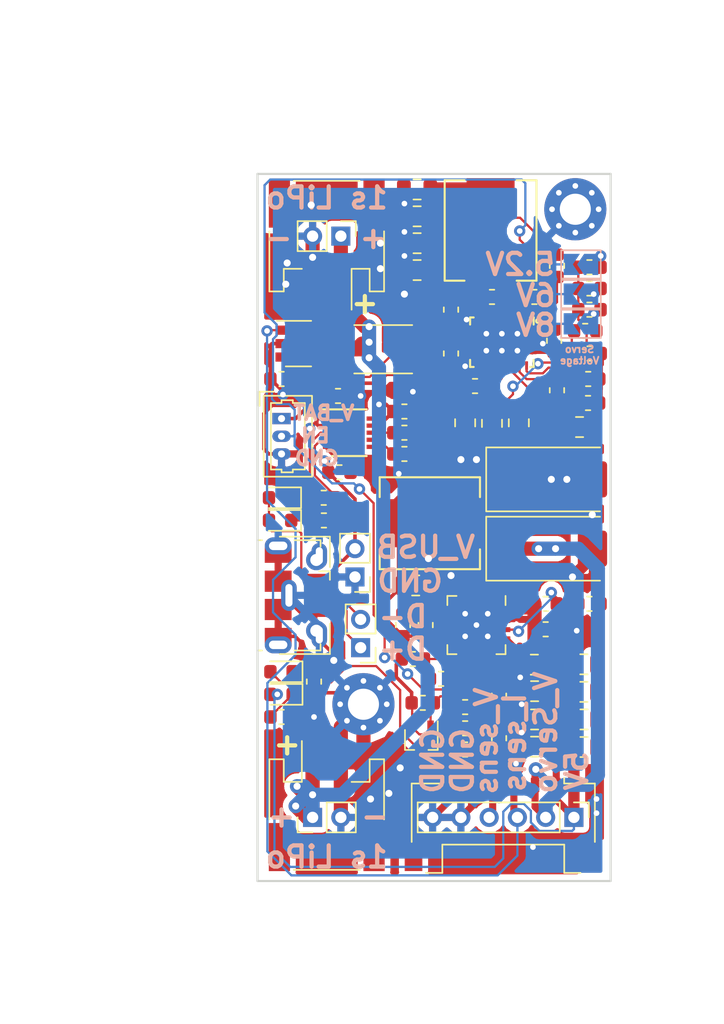
<source format=kicad_pcb>
(kicad_pcb (version 20171130) (host pcbnew "(5.0.0-3-g5ebb6b6)")
  (layers (0 F.Cu signal) (31 B.Cu signal) (34 B.Paste user) (35 F.Paste user) (36 B.SilkS user) (37 F.SilkS user) (38 B.Mask user) (39 F.Mask user) (44 Edge.Cuts user))
  (net 0 "")
  (net 1 GND)
  (net 2 /V_USB)
  (net 3 /V_BAT)
  (net 4 /I_sens)
  (net 5 /V_BAT_LOAD)
  (net 6 /V_sens)
  (net 7 "Net-(C13-Pad2)")
  (net 8 "Net-(C13-Pad1)")
  (net 9 "Net-(C14-Pad1)")
  (net 10 "Net-(C15-Pad1)")
  (net 11 +5V)
  (net 12 /V_SERVO)
  (net 13 "Net-(C18-Pad1)")
  (net 14 "Net-(C19-Pad1)")
  (net 15 "Net-(D1-Pad1)")
  (net 16 "Net-(D2-Pad1)")
  (net 17 "Net-(D3-Pad2)")
  (net 18 "Net-(D3-Pad1)")
  (net 19 "Net-(D4-Pad1)")
  (net 20 "Net-(J2-Pad2)")
  (net 21 "Net-(J2-Pad3)")
  (net 22 /PWR_EN)
  (net 23 "Net-(JP1-Pad1)")
  (net 24 "Net-(JP2-Pad1)")
  (net 25 "Net-(JP3-Pad1)")
  (net 26 "Net-(L2-Pad2)")
  (net 27 "Net-(Q1-Pad1)")
  (net 28 "Net-(R1-Pad2)")
  (net 29 "Net-(R2-Pad2)")
  (net 30 "Net-(R6-Pad1)")
  (net 31 "Net-(R7-Pad1)")
  (net 32 "Net-(R10-Pad2)")
  (net 33 "Net-(R11-Pad2)")
  (net 34 "Net-(R13-Pad2)")
  (net 35 "Net-(R17-Pad1)")
  (net 36 "Net-(R19-Pad1)")
  (module Package_TO_SOT_SMD:SOT-23-5 (layer F.Cu) (at 41.9 45)
    (fp_text reference U1 hide)
    (fp_text value INA139 hide)
    (pad 5 smd rect (at 1.1 -0.95) (size 1.06 0.65) (layers F.Cu F.Paste F.Mask) (net 3 /V_BAT))
    (pad 4 smd rect (at 1.1 0.95) (size 1.06 0.65) (layers F.Cu F.Paste F.Mask) (net 5 /V_BAT_LOAD))
    (pad 3 smd rect (at -1.1 0.95) (size 1.06 0.65) (layers F.Cu F.Paste F.Mask) (net 3 /V_BAT))
    (pad 2 smd rect (at -1.1 0) (size 1.06 0.65) (layers F.Cu F.Paste F.Mask) (net 1 GND))
    (pad 1 smd rect (at -1.1 -0.95) (size 1.06 0.65) (layers F.Cu F.Paste F.Mask) (net 4 /I_sens))
  )
  (module footprints:L-TDK-SPM6530 (layer F.Cu) (at 51.2 57.7 180)
    (fp_text reference L2 hide)
    (fp_text value "6.8uH 4A SPM6530T-6R8M" hide)
    (pad 2 smd rect (at -2.775 0 180) (size 1.85 3.4) (layers F.Cu F.Paste F.Mask) (net 26 "Net-(L2-Pad2)"))
    (pad 1 smd rect (at 2.775 0 180) (size 1.85 3.4) (layers F.Cu F.Paste F.Mask) (net 5 /V_BAT_LOAD))
  )
  (module footprints:L-TDK-SPM6530 (layer F.Cu) (at 55.5 37 90)
    (fp_text reference L1 hide)
    (fp_text value "1.5uH SPM6530T-1R5M100" hide)
    (pad 2 smd rect (at -2.775 0 90) (size 1.85 3.4) (layers F.Cu F.Paste F.Mask) (net 8 "Net-(C13-Pad1)"))
    (pad 1 smd rect (at 2.775 0 90) (size 1.85 3.4) (layers F.Cu F.Paste F.Mask) (net 5 /V_BAT_LOAD))
  )
  (module Capacitor_SMD:C_0603_1608Metric (layer F.Cu) (at 44.7 48.7)
    (fp_text reference C1 hide)
    (fp_text value 1uF hide)
    (pad 2 smd roundrect (at 0.7875 0) (size 0.875 0.95) (layers F.Cu F.Paste F.Mask) (net 1 GND))
    (pad 1 smd roundrect (at -0.7875 0) (size 0.875 0.95) (layers F.Cu F.Paste F.Mask) (net 2 /V_USB))
  )
  (module Capacitor_SMD:C_0603_1608Metric (layer F.Cu) (at 40.7 47.5 180)
    (fp_text reference C2 hide)
    (fp_text value 100nF hide)
    (pad 2 smd roundrect (at 0.7875 0 180) (size 0.875 0.95) (layers F.Cu F.Paste F.Mask) (net 1 GND))
    (pad 1 smd roundrect (at -0.7875 0 180) (size 0.875 0.95) (layers F.Cu F.Paste F.Mask) (net 3 /V_BAT))
  )
  (module Capacitor_SMD:C_0603_1608Metric (layer F.Cu) (at 44.8 54.1)
    (fp_text reference C3 hide)
    (fp_text value 10uF hide)
    (pad 2 smd roundrect (at 0.7875 0) (size 0.875 0.95) (layers F.Cu F.Paste F.Mask) (net 1 GND))
    (pad 1 smd roundrect (at -0.7875 0) (size 0.875 0.95) (layers F.Cu F.Paste F.Mask) (net 2 /V_USB))
  )
  (module Capacitor_SMD:C_0603_1608Metric (layer F.Cu) (at 56.1 69.9 90)
    (fp_text reference C4 hide)
    (fp_text value 100nF hide)
    (pad 2 smd roundrect (at 0.7875 0 90) (size 0.875 0.95) (layers F.Cu F.Paste F.Mask) (net 1 GND))
    (pad 1 smd roundrect (at -0.7875 0 90) (size 0.875 0.95) (layers F.Cu F.Paste F.Mask) (net 4 /I_sens))
  )
  (module Capacitor_SMD:C_0805_2012Metric (layer F.Cu) (at 50.3 36 180)
    (fp_text reference C5 hide)
    (fp_text value "47uF 10V" hide)
    (pad 2 smd roundrect (at 0.9375 0 180) (size 0.975 1.4) (layers F.Cu F.Paste F.Mask) (net 1 GND))
    (pad 1 smd roundrect (at -0.9375 0 180) (size 0.975 1.4) (layers F.Cu F.Paste F.Mask) (net 5 /V_BAT_LOAD))
  )
  (module Capacitor_SMD:C_0603_1608Metric (layer F.Cu) (at 49.4 49.8)
    (fp_text reference C6 hide)
    (fp_text value 1uF hide)
    (pad 2 smd roundrect (at 0.7875 0) (size 0.875 0.95) (layers F.Cu F.Paste F.Mask) (net 1 GND))
    (pad 1 smd roundrect (at -0.7875 0) (size 0.875 0.95) (layers F.Cu F.Paste F.Mask) (net 3 /V_BAT))
  )
  (module Capacitor_SMD:C_0805_2012Metric (layer F.Cu) (at 50.3 34.1 180)
    (fp_text reference C7 hide)
    (fp_text value "47uF 10V" hide)
    (pad 2 smd roundrect (at 0.9375 0 180) (size 0.975 1.4) (layers F.Cu F.Paste F.Mask) (net 1 GND))
    (pad 1 smd roundrect (at -0.9375 0 180) (size 0.975 1.4) (layers F.Cu F.Paste F.Mask) (net 5 /V_BAT_LOAD))
  )
  (module Capacitor_SMD:C_0805_2012Metric (layer F.Cu) (at 50.3 37.9 180)
    (fp_text reference C8 hide)
    (fp_text value "47uF 10V" hide)
    (pad 2 smd roundrect (at 0.9375 0 180) (size 0.975 1.4) (layers F.Cu F.Paste F.Mask) (net 1 GND))
    (pad 1 smd roundrect (at -0.9375 0 180) (size 0.975 1.4) (layers F.Cu F.Paste F.Mask) (net 5 /V_BAT_LOAD))
  )
  (module Capacitor_SMD:C_0603_1608Metric (layer F.Cu) (at 53.7 73.7 180)
    (fp_text reference C9 hide)
    (fp_text value 10nF hide)
    (pad 2 smd roundrect (at 0.7875 0 180) (size 0.875 0.95) (layers F.Cu F.Paste F.Mask) (net 1 GND))
    (pad 1 smd roundrect (at -0.7875 0 180) (size 0.875 0.95) (layers F.Cu F.Paste F.Mask) (net 6 /V_sens))
  )
  (module Capacitor_SMD:C_0603_1608Metric (layer F.Cu) (at 52.7 42.6 270)
    (fp_text reference C10 hide)
    (fp_text value 0.1uF hide)
    (pad 2 smd roundrect (at 0.7875 0 270) (size 0.875 0.95) (layers F.Cu F.Paste F.Mask) (net 1 GND))
    (pad 1 smd roundrect (at -0.7875 0 270) (size 0.875 0.95) (layers F.Cu F.Paste F.Mask) (net 5 /V_BAT_LOAD))
  )
  (module Capacitor_SMD:C_0603_1608Metric (layer F.Cu) (at 49.3 64.9 90)
    (fp_text reference C11 hide)
    (fp_text value 10uF hide)
    (pad 2 smd roundrect (at 0.7875 0 90) (size 0.875 0.95) (layers F.Cu F.Paste F.Mask) (net 1 GND))
    (pad 1 smd roundrect (at -0.7875 0 90) (size 0.875 0.95) (layers F.Cu F.Paste F.Mask) (net 5 /V_BAT_LOAD))
  )
  (module Capacitor_SMD:C_0603_1608Metric (layer F.Cu) (at 50.9 64.9 90)
    (fp_text reference C12 hide)
    (fp_text value 0.1uF hide)
    (pad 2 smd roundrect (at 0.7875 0 90) (size 0.875 0.95) (layers F.Cu F.Paste F.Mask) (net 1 GND))
    (pad 1 smd roundrect (at -0.7875 0 90) (size 0.875 0.95) (layers F.Cu F.Paste F.Mask) (net 5 /V_BAT_LOAD))
  )
  (module Capacitor_SMD:C_0603_1608Metric (layer F.Cu) (at 55.6 41.7 180)
    (fp_text reference C13 hide)
    (fp_text value 0.1uF hide)
    (pad 2 smd roundrect (at 0.7875 0 180) (size 0.875 0.95) (layers F.Cu F.Paste F.Mask) (net 7 "Net-(C13-Pad2)"))
    (pad 1 smd roundrect (at -0.7875 0 180) (size 0.875 0.95) (layers F.Cu F.Paste F.Mask) (net 8 "Net-(C13-Pad1)"))
  )
  (module Capacitor_SMD:C_0603_1608Metric (layer F.Cu) (at 60 44.8 270)
    (fp_text reference C14 hide)
    (fp_text value 1uF hide)
    (pad 2 smd roundrect (at 0.7875 0 270) (size 0.875 0.95) (layers F.Cu F.Paste F.Mask) (net 1 GND))
    (pad 1 smd roundrect (at -0.7875 0 270) (size 0.875 0.95) (layers F.Cu F.Paste F.Mask) (net 9 "Net-(C14-Pad1)"))
  )
  (module Capacitor_SMD:C_0603_1608Metric (layer F.Cu) (at 52.7 45.7 270)
    (fp_text reference C15 hide)
    (fp_text value 47nF hide)
    (pad 2 smd roundrect (at 0.7875 0 270) (size 0.875 0.95) (layers F.Cu F.Paste F.Mask) (net 1 GND))
    (pad 1 smd roundrect (at -0.7875 0 270) (size 0.875 0.95) (layers F.Cu F.Paste F.Mask) (net 10 "Net-(C15-Pad1)"))
  )
  (module Capacitor_SMD:C_0603_1608Metric (layer F.Cu) (at 59.4 65.2)
    (fp_text reference C16 hide)
    (fp_text value 2.2uF hide)
    (pad 2 smd roundrect (at 0.7875 0) (size 0.875 0.95) (layers F.Cu F.Paste F.Mask) (net 1 GND))
    (pad 1 smd roundrect (at -0.7875 0) (size 0.875 0.95) (layers F.Cu F.Paste F.Mask) (net 11 +5V))
  )
  (module Capacitor_SMD:C_0603_1608Metric (layer F.Cu) (at 54.4 48 180)
    (fp_text reference C17 hide)
    (fp_text value 1uF hide)
    (pad 2 smd roundrect (at 0.7875 0 180) (size 0.875 0.95) (layers F.Cu F.Paste F.Mask) (net 1 GND))
    (pad 1 smd roundrect (at -0.7875 0 180) (size 0.875 0.95) (layers F.Cu F.Paste F.Mask) (net 12 /V_SERVO))
  )
  (module Capacitor_SMD:C_0603_1608Metric (layer F.Cu) (at 62.4125 47.5)
    (fp_text reference C18 hide)
    (fp_text value 36pF hide)
    (pad 2 smd roundrect (at 0.7875 0) (size 0.875 0.95) (layers F.Cu F.Paste F.Mask) (net 1 GND))
    (pad 1 smd roundrect (at -0.7875 0) (size 0.875 0.95) (layers F.Cu F.Paste F.Mask) (net 13 "Net-(C18-Pad1)"))
  )
  (module Capacitor_SMD:C_0603_1608Metric (layer F.Cu) (at 62.4 49.2)
    (fp_text reference C19 hide)
    (fp_text value 680pF hide)
    (pad 2 smd roundrect (at 0.7875 0) (size 0.875 0.95) (layers F.Cu F.Paste F.Mask) (net 1 GND))
    (pad 1 smd roundrect (at -0.7875 0) (size 0.875 0.95) (layers F.Cu F.Paste F.Mask) (net 14 "Net-(C19-Pad1)"))
  )
  (module Capacitor_SMD:C_0805_2012Metric (layer F.Cu) (at 57.5 50.6 270)
    (fp_text reference C20 hide)
    (fp_text value 22uF hide)
    (pad 2 smd roundrect (at 0.9375 0 270) (size 0.975 1.4) (layers F.Cu F.Paste F.Mask) (net 1 GND))
    (pad 1 smd roundrect (at -0.9375 0 270) (size 0.975 1.4) (layers F.Cu F.Paste F.Mask) (net 12 /V_SERVO))
  )
  (module Capacitor_SMD:C_0805_2012Metric (layer F.Cu) (at 61.8 50.9)
    (fp_text reference C22 hide)
    (fp_text value 22uF hide)
    (pad 2 smd roundrect (at 0.9375 0) (size 0.975 1.4) (layers F.Cu F.Paste F.Mask) (net 1 GND))
    (pad 1 smd roundrect (at -0.9375 0) (size 0.975 1.4) (layers F.Cu F.Paste F.Mask) (net 12 /V_SERVO))
  )
  (module Capacitor_SMD:C_0805_2012Metric (layer F.Cu) (at 55.6 50.6375 270)
    (fp_text reference C23 hide)
    (fp_text value 22uF hide)
    (pad 2 smd roundrect (at 0.9375 0 270) (size 0.975 1.4) (layers F.Cu F.Paste F.Mask) (net 1 GND))
    (pad 1 smd roundrect (at -0.9375 0 270) (size 0.975 1.4) (layers F.Cu F.Paste F.Mask) (net 12 /V_SERVO))
  )
  (module Capacitor_SMD:C_0805_2012Metric (layer F.Cu) (at 53.7 50.6 270)
    (fp_text reference C24 hide)
    (fp_text value 22uF hide)
    (pad 2 smd roundrect (at 0.9375 0 270) (size 0.975 1.4) (layers F.Cu F.Paste F.Mask) (net 1 GND))
    (pad 1 smd roundrect (at -0.9375 0 270) (size 0.975 1.4) (layers F.Cu F.Paste F.Mask) (net 12 /V_SERVO))
  )
  (module LED_SMD:LED_0603_1608Metric (layer F.Cu) (at 40.6 55.9 180)
    (fp_text reference D1 hide)
    (fp_text value Green hide)
    (pad 2 smd roundrect (at 0.7875 0 180) (size 0.875 0.95) (layers F.Cu F.Paste F.Mask) (net 2 /V_USB))
    (pad 1 smd roundrect (at -0.7875 0 180) (size 0.875 0.95) (layers F.Cu F.Paste F.Mask) (net 15 "Net-(D1-Pad1)"))
  )
  (module LED_SMD:LED_0603_1608Metric (layer F.Cu) (at 40.6 57.5 180)
    (fp_text reference D2 hide)
    (fp_text value Orange hide)
    (pad 2 smd roundrect (at 0.7875 0 180) (size 0.875 0.95) (layers F.Cu F.Paste F.Mask) (net 2 /V_USB))
    (pad 1 smd roundrect (at -0.7875 0 180) (size 0.875 0.95) (layers F.Cu F.Paste F.Mask) (net 16 "Net-(D2-Pad1)"))
  )
  (module LED_SMD:LED_0603_1608Metric (layer F.Cu) (at 40.7 68.2 180)
    (fp_text reference D3 hide)
    (fp_text value Red hide)
    (pad 2 smd roundrect (at 0.7875 0 180) (size 0.875 0.95) (layers F.Cu F.Paste F.Mask) (net 17 "Net-(D3-Pad2)"))
    (pad 1 smd roundrect (at -0.7875 0 180) (size 0.875 0.95) (layers F.Cu F.Paste F.Mask) (net 18 "Net-(D3-Pad1)"))
  )
  (module LED_SMD:LED_0603_1608Metric (layer F.Cu) (at 40.7 69.8 180)
    (fp_text reference D4 hide)
    (fp_text value Green hide)
    (pad 2 smd roundrect (at 0.7875 0 180) (size 0.875 0.95) (layers F.Cu F.Paste F.Mask) (net 11 +5V))
    (pad 1 smd roundrect (at -0.7875 0 180) (size 0.875 0.95) (layers F.Cu F.Paste F.Mask) (net 19 "Net-(D4-Pad1)"))
  )
  (module Connector_JST:JST_PH_S2B-PH-SM4-TB_1x02-1MP_P2.00mm_Horizontal (layer F.Cu) (at 43.9 38 180)
    (fp_text reference J3 hide)
    (fp_text value BATT_B hide)
    (pad MP smd rect (at 3.35 2.9 180) (size 1.5 3.4) (layers F.Cu F.Paste F.Mask))
    (pad MP smd rect (at -3.35 2.9 180) (size 1.5 3.4) (layers F.Cu F.Paste F.Mask))
    (pad 2 smd rect (at 1 -2.85 180) (size 1 3.5) (layers F.Cu F.Paste F.Mask) (net 1 GND))
    (pad 1 smd rect (at -1 -2.85 180) (size 1 3.5) (layers F.Cu F.Paste F.Mask) (net 3 /V_BAT))
  )
  (module Connector_JST:JST_PH_S2B-PH-SM4-TB_1x02-1MP_P2.00mm_Horizontal (layer F.Cu) (at 43.9 77.7)
    (fp_text reference J4 hide)
    (fp_text value BATT_A hide)
    (pad MP smd rect (at 3.35 2.9) (size 1.5 3.4) (layers F.Cu F.Paste F.Mask))
    (pad MP smd rect (at -3.35 2.9) (size 1.5 3.4) (layers F.Cu F.Paste F.Mask))
    (pad 2 smd rect (at 1 -2.85) (size 1 3.5) (layers F.Cu F.Paste F.Mask) (net 1 GND))
    (pad 1 smd rect (at -1 -2.85) (size 1 3.5) (layers F.Cu F.Paste F.Mask) (net 3 /V_BAT))
  )
  (module Connector_Molex:Molex_Pico-Lock_504050-0691_1x06-1MP_P1.50mm_Horizontal (layer F.Cu) (at 56.4 79 180)
    (fp_text reference J7 hide)
    (fp_text value Power hide)
    (pad MP smd rect (at 6.355 -2.395 180) (size 1.25 1.8) (layers F.Cu F.Paste F.Mask))
    (pad MP smd rect (at -6.355 -2.395 180) (size 1.25 1.8) (layers F.Cu F.Paste F.Mask))
    (pad 6 smd rect (at 3.75 2.795 180) (size 0.6 1) (layers F.Cu F.Paste F.Mask) (net 1 GND))
    (pad 5 smd rect (at 2.25 2.795 180) (size 0.6 1) (layers F.Cu F.Paste F.Mask) (net 1 GND))
    (pad 4 smd rect (at 0.75 2.795 180) (size 0.6 1) (layers F.Cu F.Paste F.Mask) (net 6 /V_sens))
    (pad 3 smd rect (at -0.75 2.795 180) (size 0.6 1) (layers F.Cu F.Paste F.Mask) (net 4 /I_sens))
    (pad 2 smd rect (at -2.25 2.795 180) (size 0.6 1) (layers F.Cu F.Paste F.Mask) (net 12 /V_SERVO))
    (pad 1 smd rect (at -3.75 2.795 180) (size 0.6 1) (layers F.Cu F.Paste F.Mask) (net 11 +5V))
  )
  (module Jumper:SolderJumper-2_P1.3mm_Open_TrianglePad1.0x1.5mm (layer B.Cu) (at 61.9 39.4 180)
    (fp_text reference JP1 hide)
    (fp_text value 5.2V hide)
    (pad 1 smd custom (at -0.725 0 180) (size 0.3 0.3) (layers B.Cu B.Mask) (net 23 "Net-(JP1-Pad1)") (options (clearance outline) (anchor rect)) (primitives (gr_poly (pts (xy -0.5 0.75) (xy 0.5 0.75) (xy 1 0) (xy 0.5 -0.75) (xy -0.5 -0.75)) (width 0))))
    (pad 2 smd custom (at 0.725 0 180) (size 0.3 0.3) (layers B.Cu B.Mask) (net 1 GND) (options (clearance outline) (anchor rect)) (primitives (gr_poly (pts (xy -0.65 0.75) (xy 0.5 0.75) (xy 0.5 -0.75) (xy -0.65 -0.75) (xy -0.15 0)) (width 0))))
  )
  (module Jumper:SolderJumper-2_P1.3mm_Open_TrianglePad1.0x1.5mm (layer B.Cu) (at 61.9 41.5 180)
    (fp_text reference JP2 hide)
    (fp_text value 6V hide)
    (pad 1 smd custom (at -0.725 0 180) (size 0.3 0.3) (layers B.Cu B.Mask) (net 24 "Net-(JP2-Pad1)") (options (clearance outline) (anchor rect)) (primitives (gr_poly (pts (xy -0.5 0.75) (xy 0.5 0.75) (xy 1 0) (xy 0.5 -0.75) (xy -0.5 -0.75)) (width 0))))
    (pad 2 smd custom (at 0.725 0 180) (size 0.3 0.3) (layers B.Cu B.Mask) (net 1 GND) (options (clearance outline) (anchor rect)) (primitives (gr_poly (pts (xy -0.65 0.75) (xy 0.5 0.75) (xy 0.5 -0.75) (xy -0.65 -0.75) (xy -0.15 0)) (width 0))))
  )
  (module Jumper:SolderJumper-2_P1.3mm_Open_TrianglePad1.0x1.5mm (layer B.Cu) (at 61.9 43.6 180)
    (fp_text reference JP3 hide)
    (fp_text value 8V hide)
    (pad 1 smd custom (at -0.725 0 180) (size 0.3 0.3) (layers B.Cu B.Mask) (net 25 "Net-(JP3-Pad1)") (options (clearance outline) (anchor rect)) (primitives (gr_poly (pts (xy -0.5 0.75) (xy 0.5 0.75) (xy 1 0) (xy 0.5 -0.75) (xy -0.5 -0.75)) (width 0))))
    (pad 2 smd custom (at 0.725 0 180) (size 0.3 0.3) (layers B.Cu B.Mask) (net 1 GND) (options (clearance outline) (anchor rect)) (primitives (gr_poly (pts (xy -0.65 0.75) (xy 0.5 0.75) (xy 0.5 -0.75) (xy -0.65 -0.75) (xy -0.15 0)) (width 0))))
  )
  (module Package_TO_SOT_SMD:SOT-323_SC-70 (layer F.Cu) (at 50.6 73 270)
    (fp_text reference Q1 hide)
    (fp_text value Q_PMOS_GSD hide)
    (pad 3 smd rect (at 1 0 180) (size 0.45 0.7) (layers F.Cu F.Paste F.Mask) (net 17 "Net-(D3-Pad2)"))
    (pad 2 smd rect (at -1 0.65 180) (size 0.45 0.7) (layers F.Cu F.Paste F.Mask) (net 5 /V_BAT_LOAD))
    (pad 1 smd rect (at -1 -0.65 180) (size 0.45 0.7) (layers F.Cu F.Paste F.Mask) (net 27 "Net-(Q1-Pad1)"))
  )
  (module Resistor_SMD:R_0603_1608Metric (layer F.Cu) (at 43.6875 55.9)
    (fp_text reference R1 hide)
    (fp_text value 470 hide)
    (pad 2 smd roundrect (at 0.7875 0) (size 0.875 0.95) (layers F.Cu F.Paste F.Mask) (net 28 "Net-(R1-Pad2)"))
    (pad 1 smd roundrect (at -0.7875 0) (size 0.875 0.95) (layers F.Cu F.Paste F.Mask) (net 15 "Net-(D1-Pad1)"))
  )
  (module Resistor_SMD:R_0603_1608Metric (layer F.Cu) (at 43.7 57.5)
    (fp_text reference R2 hide)
    (fp_text value 470 hide)
    (pad 2 smd roundrect (at 0.7875 0) (size 0.875 0.95) (layers F.Cu F.Paste F.Mask) (net 29 "Net-(R2-Pad2)"))
    (pad 1 smd roundrect (at -0.7875 0) (size 0.875 0.95) (layers F.Cu F.Paste F.Mask) (net 16 "Net-(D2-Pad1)"))
  )
  (module Resistor_SMD:R_2512_6332Metric (layer F.Cu) (at 47.9 45.4 180)
    (fp_text reference R3 hide)
    (fp_text value "0.020 (2W)" hide)
    (pad 2 smd roundrect (at 2.9 0 180) (size 1.35 3.35) (layers F.Cu F.Paste F.Mask) (roundrect_rratio 0.185185) (net 3 /V_BAT))
    (pad 1 smd roundrect (at -2.9 0 180) (size 1.35 3.35) (layers F.Cu F.Paste F.Mask) (roundrect_rratio 0.185185) (net 5 /V_BAT_LOAD))
  )
  (module Resistor_SMD:R_0603_1608Metric (layer F.Cu) (at 56.1 72.9 270)
    (fp_text reference R4 hide)
    (fp_text value 10k hide)
    (pad 2 smd roundrect (at 0.7875 0 270) (size 0.875 0.95) (layers F.Cu F.Paste F.Mask) (net 1 GND))
    (pad 1 smd roundrect (at -0.7875 0 270) (size 0.875 0.95) (layers F.Cu F.Paste F.Mask) (net 4 /I_sens))
  )
  (module Resistor_SMD:R_0603_1608Metric (layer F.Cu) (at 60.2 39.5 270)
    (fp_text reference R5 hide)
    (fp_text value 1M hide)
    (pad 2 smd roundrect (at 0.7875 0 270) (size 0.875 0.95) (layers F.Cu F.Paste F.Mask) (net 22 /PWR_EN))
    (pad 1 smd roundrect (at -0.7875 0 270) (size 0.875 0.95) (layers F.Cu F.Paste F.Mask) (net 5 /V_BAT_LOAD))
  )
  (module Resistor_SMD:R_0603_1608Metric (layer F.Cu) (at 49.4 52.8)
    (fp_text reference R6 hide)
    (fp_text value 1k hide)
    (pad 2 smd roundrect (at 0.7875 0) (size 0.875 0.95) (layers F.Cu F.Paste F.Mask) (net 1 GND))
    (pad 1 smd roundrect (at -0.7875 0) (size 0.875 0.95) (layers F.Cu F.Paste F.Mask) (net 30 "Net-(R6-Pad1)"))
  )
  (module Resistor_SMD:R_0603_1608Metric (layer F.Cu) (at 49.4 51.3)
    (fp_text reference R7 hide)
    (fp_text value 10k hide)
    (pad 2 smd roundrect (at 0.7875 0) (size 0.875 0.95) (layers F.Cu F.Paste F.Mask) (net 1 GND))
    (pad 1 smd roundrect (at -0.7875 0) (size 0.875 0.95) (layers F.Cu F.Paste F.Mask) (net 31 "Net-(R7-Pad1)"))
  )
  (module Resistor_SMD:R_0603_1608Metric (layer F.Cu) (at 53.7 70.7)
    (fp_text reference R8 hide)
    (fp_text value 220k hide)
    (pad 2 smd roundrect (at 0.7875 0) (size 0.875 0.95) (layers F.Cu F.Paste F.Mask) (net 6 /V_sens))
    (pad 1 smd roundrect (at -0.7875 0) (size 0.875 0.95) (layers F.Cu F.Paste F.Mask) (net 5 /V_BAT_LOAD))
  )
  (module Resistor_SMD:R_0603_1608Metric (layer F.Cu) (at 53.7 72.2 180)
    (fp_text reference R9 hide)
    (fp_text value 220k hide)
    (pad 2 smd roundrect (at 0.7875 0 180) (size 0.875 0.95) (layers F.Cu F.Paste F.Mask) (net 1 GND))
    (pad 1 smd roundrect (at -0.7875 0 180) (size 0.875 0.95) (layers F.Cu F.Paste F.Mask) (net 6 /V_sens))
  )
  (module Resistor_SMD:R_0603_1608Metric (layer F.Cu) (at 58.6 41.7)
    (fp_text reference R10 hide)
    (fp_text value 249k hide)
    (pad 2 smd roundrect (at 0.7875 0) (size 0.875 0.95) (layers F.Cu F.Paste F.Mask) (net 32 "Net-(R10-Pad2)"))
    (pad 1 smd roundrect (at -0.7875 0) (size 0.875 0.95) (layers F.Cu F.Paste F.Mask) (net 8 "Net-(C13-Pad1)"))
  )
  (module Resistor_SMD:R_0603_1608Metric (layer F.Cu) (at 50 67.3)
    (fp_text reference R11 hide)
    (fp_text value 1.87M hide)
    (pad 2 smd roundrect (at 0.7875 0) (size 0.875 0.95) (layers F.Cu F.Paste F.Mask) (net 33 "Net-(R11-Pad2)"))
    (pad 1 smd roundrect (at -0.7875 0) (size 0.875 0.95) (layers F.Cu F.Paste F.Mask) (net 5 /V_BAT_LOAD))
  )
  (module Resistor_SMD:R_0603_1608Metric (layer F.Cu) (at 52 68.7)
    (fp_text reference R12 hide)
    (fp_text value 340k hide)
    (pad 2 smd roundrect (at 0.7875 0) (size 0.875 0.95) (layers F.Cu F.Paste F.Mask) (net 1 GND))
    (pad 1 smd roundrect (at -0.7875 0) (size 0.875 0.95) (layers F.Cu F.Paste F.Mask) (net 33 "Net-(R11-Pad2)"))
  )
  (module Resistor_SMD:R_0603_1608Metric (layer F.Cu) (at 59.4 63.4)
    (fp_text reference R13 hide)
    (fp_text value 1.87M hide)
    (pad 2 smd roundrect (at 0.7875 0) (size 0.875 0.95) (layers F.Cu F.Paste F.Mask) (net 34 "Net-(R13-Pad2)"))
    (pad 1 smd roundrect (at -0.7875 0) (size 0.875 0.95) (layers F.Cu F.Paste F.Mask) (net 11 +5V))
  )
  (module Resistor_SMD:R_0603_1608Metric (layer F.Cu) (at 62.5 63.4)
    (fp_text reference R14 hide)
    (fp_text value 220k hide)
    (pad 2 smd roundrect (at 0.7875 0) (size 0.875 0.95) (layers F.Cu F.Paste F.Mask) (net 1 GND))
    (pad 1 smd roundrect (at -0.7875 0) (size 0.875 0.95) (layers F.Cu F.Paste F.Mask) (net 34 "Net-(R13-Pad2)"))
  )
  (module Resistor_SMD:R_0603_1608Metric (layer F.Cu) (at 60.2 48.3 270)
    (fp_text reference R15 hide)
    (fp_text value 36.5k hide)
    (pad 2 smd roundrect (at 0.7875 0 270) (size 0.875 0.95) (layers F.Cu F.Paste F.Mask) (net 14 "Net-(C19-Pad1)"))
    (pad 1 smd roundrect (at -0.7875 0 270) (size 0.875 0.95) (layers F.Cu F.Paste F.Mask) (net 13 "Net-(C18-Pad1)"))
  )
  (module Resistor_SMD:R_0603_1608Metric (layer F.Cu) (at 50.7 70.4)
    (fp_text reference R16 hide)
    (fp_text value 220k hide)
    (pad 2 smd roundrect (at 0.7875 0) (size 0.875 0.95) (layers F.Cu F.Paste F.Mask) (net 27 "Net-(Q1-Pad1)"))
    (pad 1 smd roundrect (at -0.7875 0) (size 0.875 0.95) (layers F.Cu F.Paste F.Mask) (net 5 /V_BAT_LOAD))
  )
  (module Resistor_SMD:R_0603_1608Metric (layer F.Cu) (at 62.5125 45.7)
    (fp_text reference R17 hide)
    (fp_text value 100k hide)
    (pad 2 smd roundrect (at 0.7875 0) (size 0.875 0.95) (layers F.Cu F.Paste F.Mask) (net 1 GND))
    (pad 1 smd roundrect (at -0.7875 0) (size 0.875 0.95) (layers F.Cu F.Paste F.Mask) (net 35 "Net-(R17-Pad1)"))
  )
  (module Resistor_SMD:R_0603_1608Metric (layer F.Cu) (at 43 68.9 270)
    (fp_text reference R18 hide)
    (fp_text value 470 hide)
    (pad 2 smd roundrect (at 0.7875 0 270) (size 0.875 0.95) (layers F.Cu F.Paste F.Mask) (net 1 GND))
    (pad 1 smd roundrect (at -0.7875 0 270) (size 0.875 0.95) (layers F.Cu F.Paste F.Mask) (net 18 "Net-(D3-Pad1)"))
  )
  (module Resistor_SMD:R_0603_1608Metric (layer F.Cu) (at 62.5 39.6)
    (fp_text reference R19 hide)
    (fp_text value 182k hide)
    (pad 2 smd roundrect (at 0.7875 0) (size 0.875 0.95) (layers F.Cu F.Paste F.Mask) (net 23 "Net-(JP1-Pad1)"))
    (pad 1 smd roundrect (at -0.7875 0) (size 0.875 0.95) (layers F.Cu F.Paste F.Mask) (net 36 "Net-(R19-Pad1)"))
  )
  (module Resistor_SMD:R_0603_1608Metric (layer F.Cu) (at 62.2 44.1)
    (fp_text reference R20 hide)
    (fp_text value 604k hide)
    (pad 2 smd roundrect (at 0.7875 0) (size 0.875 0.95) (layers F.Cu F.Paste F.Mask) (net 36 "Net-(R19-Pad1)"))
    (pad 1 smd roundrect (at -0.7875 0) (size 0.875 0.95) (layers F.Cu F.Paste F.Mask) (net 12 /V_SERVO))
  )
  (module Resistor_SMD:R_0603_1608Metric (layer F.Cu) (at 62.5 41.1)
    (fp_text reference R21 hide)
    (fp_text value 150k hide)
    (pad 2 smd roundrect (at 0.7875 0) (size 0.875 0.95) (layers F.Cu F.Paste F.Mask) (net 24 "Net-(JP2-Pad1)"))
    (pad 1 smd roundrect (at -0.7875 0) (size 0.875 0.95) (layers F.Cu F.Paste F.Mask) (net 36 "Net-(R19-Pad1)"))
  )
  (module Resistor_SMD:R_0603_1608Metric (layer F.Cu) (at 40.7 71.4)
    (fp_text reference R22 hide)
    (fp_text value 1k hide)
    (pad 2 smd roundrect (at 0.7875 0) (size 0.875 0.95) (layers F.Cu F.Paste F.Mask) (net 1 GND))
    (pad 1 smd roundrect (at -0.7875 0) (size 0.875 0.95) (layers F.Cu F.Paste F.Mask) (net 19 "Net-(D4-Pad1)"))
  )
  (module Resistor_SMD:R_0603_1608Metric (layer F.Cu) (at 62.5 42.6)
    (fp_text reference R23 hide)
    (fp_text value 107k hide)
    (pad 2 smd roundrect (at 0.7875 0) (size 0.875 0.95) (layers F.Cu F.Paste F.Mask) (net 25 "Net-(JP3-Pad1)"))
    (pad 1 smd roundrect (at -0.7875 0) (size 0.875 0.95) (layers F.Cu F.Paste F.Mask) (net 36 "Net-(R19-Pad1)"))
  )
  (module Package_DFN_QFN:DFN-10-1EP_3x3mm_P0.5mm_EP1.55x2.48mm (layer F.Cu) (at 45.5 51.3)
    (fp_text reference U2 hide)
    (fp_text value MCP73833 hide)
    (pad 11 smd rect (at 0 0) (size 1.55 2.48) (layers F.Cu F.Mask))
    (pad 10 smd rect (at 1.55 -1) (size 0.65 0.3) (layers F.Cu F.Paste F.Mask) (net 3 /V_BAT))
    (pad 9 smd rect (at 1.55 -0.5) (size 0.65 0.3) (layers F.Cu F.Paste F.Mask) (net 3 /V_BAT))
    (pad 8 smd rect (at 1.55 0) (size 0.65 0.3) (layers F.Cu F.Paste F.Mask) (net 31 "Net-(R7-Pad1)"))
    (pad 7 smd rect (at 1.55 0.5) (size 0.65 0.3) (layers F.Cu F.Paste F.Mask))
    (pad 6 smd rect (at 1.55 1) (size 0.65 0.3) (layers F.Cu F.Paste F.Mask) (net 30 "Net-(R6-Pad1)"))
    (pad 5 smd rect (at -1.55 1) (size 0.65 0.3) (layers F.Cu F.Paste F.Mask) (net 1 GND))
    (pad 4 smd rect (at -1.55 0.5) (size 0.65 0.3) (layers F.Cu F.Paste F.Mask) (net 28 "Net-(R1-Pad2)"))
    (pad 3 smd rect (at -1.55 0) (size 0.65 0.3) (layers F.Cu F.Paste F.Mask) (net 29 "Net-(R2-Pad2)"))
    (pad 2 smd rect (at -1.55 -0.5) (size 0.65 0.3) (layers F.Cu F.Paste F.Mask) (net 2 /V_USB))
    (pad 1 smd rect (at -1.55 -1) (size 0.65 0.3) (layers F.Cu F.Paste F.Mask) (net 2 /V_USB))
  )
  (module footprints:VQFN-20-4.5x3.5 (layer F.Cu) (at 56.3 44.9 270)
    (fp_text reference U3 hide)
    (fp_text value TPS61088 hide)
    (pad 21 smd custom (at 0 0 270) (size 2.05 3.05) (layers F.Cu F.Paste F.Mask) (net 1 GND) (options (clearance outline) (anchor rect)) (primitives))
    (pad 19 smd rect (at 1.65 -1.75 270) (size 0.6 0.2) (layers F.Cu F.Paste F.Mask) (net 35 "Net-(R17-Pad1)"))
    (pad 18 smd rect (at 1.65 -1.25 270) (size 0.6 0.2) (layers F.Cu F.Paste F.Mask) (net 13 "Net-(C18-Pad1)"))
    (pad 17 smd rect (at 1.65 -0.75 270) (size 0.6 0.2) (layers F.Cu F.Paste F.Mask) (net 36 "Net-(R19-Pad1)"))
    (pad 16 smd rect (at 1.65 -0.25 270) (size 0.6 0.2) (layers F.Cu F.Paste F.Mask) (net 12 /V_SERVO))
    (pad 15 smd rect (at 1.65 0.25 270) (size 0.6 0.2) (layers F.Cu F.Paste F.Mask) (net 12 /V_SERVO))
    (pad 14 smd rect (at 1.65 0.75 270) (size 0.6 0.2) (layers F.Cu F.Paste F.Mask) (net 12 /V_SERVO))
    (pad 13 smd rect (at 1.65 1.25 270) (size 0.6 0.2) (layers F.Cu F.Paste F.Mask))
    (pad 12 smd rect (at 1.65 1.75 270) (size 0.6 0.2) (layers F.Cu F.Paste F.Mask))
    (pad 9 smd rect (at -1.65 1.75 270) (size 0.6 0.2) (layers F.Cu F.Paste F.Mask) (net 5 /V_BAT_LOAD))
    (pad 8 smd rect (at -1.65 1.25 270) (size 0.6 0.2) (layers F.Cu F.Paste F.Mask) (net 7 "Net-(C13-Pad2)"))
    (pad 7 smd rect (at -1.65 0.75 270) (size 0.6 0.2) (layers F.Cu F.Paste F.Mask) (net 8 "Net-(C13-Pad1)"))
    (pad 6 smd rect (at -1.65 0.25 270) (size 0.6 0.2) (layers F.Cu F.Paste F.Mask) (net 8 "Net-(C13-Pad1)"))
    (pad 5 smd rect (at -1.65 -0.25 270) (size 0.6 0.2) (layers F.Cu F.Paste F.Mask) (net 8 "Net-(C13-Pad1)"))
    (pad 4 smd rect (at -1.65 -0.75 270) (size 0.6 0.2) (layers F.Cu F.Paste F.Mask) (net 8 "Net-(C13-Pad1)"))
    (pad 3 smd rect (at -1.65 -1.25 270) (size 0.6 0.2) (layers F.Cu F.Paste F.Mask) (net 32 "Net-(R10-Pad2)"))
    (pad 2 smd rect (at -1.65 -1.75 270) (size 0.6 0.2) (layers F.Cu F.Paste F.Mask) (net 22 /PWR_EN))
    (pad 11 smd rect (at 0.75 2.15 270) (size 0.2 0.6) (layers F.Cu F.Paste F.Mask))
    (pad 10 smd rect (at -0.75 2.15 270) (size 0.2 0.6) (layers F.Cu F.Paste F.Mask) (net 10 "Net-(C15-Pad1)"))
    (pad 20 smd rect (at 0.75 -2.15 270) (size 0.2 0.6) (layers F.Cu F.Paste F.Mask) (net 1 GND))
    (pad 1 smd rect (at -0.75 -2.15 270) (size 0.2 0.6) (layers F.Cu F.Paste F.Mask) (net 9 "Net-(C14-Pad1)"))
  )
  (module Package_DFN_QFN:QFN-16-1EP_4x4mm_P0.65mm_EP2.5x2.5mm (layer F.Cu) (at 54.5 64.9 270)
    (fp_text reference U4 hide)
    (fp_text value TPS61030 hide)
    (pad 17 smd rect (at 0 0 270) (size 2.5 2.5) (layers F.Cu F.Mask) (net 1 GND))
    (pad 16 smd rect (at -0.975 -2) (size 0.8 0.35) (layers F.Cu F.Paste F.Mask) (net 11 +5V))
    (pad 15 smd rect (at -0.325 -2) (size 0.8 0.35) (layers F.Cu F.Paste F.Mask) (net 11 +5V))
    (pad 14 smd rect (at 0.325 -2) (size 0.8 0.35) (layers F.Cu F.Paste F.Mask) (net 34 "Net-(R13-Pad2)"))
    (pad 13 smd rect (at 0.975 -2) (size 0.8 0.35) (layers F.Cu F.Paste F.Mask) (net 1 GND))
    (pad 12 smd rect (at 2 -0.975 270) (size 0.8 0.35) (layers F.Cu F.Paste F.Mask) (net 27 "Net-(Q1-Pad1)"))
    (pad 11 smd rect (at 2 -0.325 270) (size 0.8 0.35) (layers F.Cu F.Paste F.Mask) (net 22 /PWR_EN))
    (pad 10 smd rect (at 2 0.325 270) (size 0.8 0.35) (layers F.Cu F.Paste F.Mask) (net 1 GND))
    (pad 9 smd rect (at 2 0.975 270) (size 0.8 0.35) (layers F.Cu F.Paste F.Mask) (net 33 "Net-(R11-Pad2)"))
    (pad 8 smd rect (at 0.975 2) (size 0.8 0.35) (layers F.Cu F.Paste F.Mask) (net 5 /V_BAT_LOAD))
    (pad 7 smd rect (at 0.325 2) (size 0.8 0.35) (layers F.Cu F.Paste F.Mask) (net 1 GND))
    (pad 6 smd rect (at -0.325 2) (size 0.8 0.35) (layers F.Cu F.Paste F.Mask) (net 1 GND))
    (pad 5 smd rect (at -0.975 2) (size 0.8 0.35) (layers F.Cu F.Paste F.Mask) (net 1 GND))
    (pad 4 smd rect (at -2 0.975 270) (size 0.8 0.35) (layers F.Cu F.Paste F.Mask) (net 26 "Net-(L2-Pad2)"))
    (pad 3 smd rect (at -2 0.325 270) (size 0.8 0.35) (layers F.Cu F.Paste F.Mask) (net 26 "Net-(L2-Pad2)"))
    (pad 2 smd rect (at -2 -0.325 270) (size 0.8 0.35) (layers F.Cu F.Paste F.Mask))
    (pad 1 smd rect (at -2 -0.975 270) (size 0.8 0.35) (layers F.Cu F.Paste F.Mask) (net 11 +5V))
  )
  (module Connector_PinHeader_2.00mm:PinHeader_1x02_P2.00mm_Vertical (layer F.Cu) (at 45.9 61.5 180)
    (fp_text reference J1 hide)
    (fp_text value SolderPins hide)
    (pad 1 thru_hole rect (at 0 0 180) (size 1.35 1.35) (drill 0.8) (layers *.Cu *.Mask) (net 1 GND))
    (pad 2 thru_hole oval (at 0 2 180) (size 1.35 1.35) (drill 0.8) (layers *.Cu *.Mask) (net 2 /V_USB))
  )
  (module Connector_PinHeader_2.00mm:PinHeader_1x02_P2.00mm_Vertical (layer F.Cu) (at 46.3 66.5 180)
    (fp_text reference J5 hide)
    (fp_text value SolderPins hide)
    (pad 2 thru_hole oval (at 0 2 180) (size 1.35 1.35) (drill 0.8) (layers *.Cu *.Mask) (net 20 "Net-(J2-Pad2)"))
    (pad 1 thru_hole rect (at 0 0 180) (size 1.35 1.35) (drill 0.8) (layers *.Cu *.Mask) (net 21 "Net-(J2-Pad3)"))
  )
  (module MountingHole:MountingHole_2.2mm_M2_Pad_Via (layer F.Cu) (at 61.5 35.5)
    (fp_text reference MH1 hide)
    (fp_text value MountingHole_Pad hide)
    (pad 1 thru_hole circle (at 1.166726 -1.166726) (size 0.7 0.7) (drill 0.4) (layers *.Cu *.Mask) (net 1 GND))
    (pad 1 thru_hole circle (at 0 -1.65) (size 0.7 0.7) (drill 0.4) (layers *.Cu *.Mask) (net 1 GND))
    (pad 1 thru_hole circle (at -1.166726 -1.166726) (size 0.7 0.7) (drill 0.4) (layers *.Cu *.Mask) (net 1 GND))
    (pad 1 thru_hole circle (at -1.65 0) (size 0.7 0.7) (drill 0.4) (layers *.Cu *.Mask) (net 1 GND))
    (pad 1 thru_hole circle (at -1.166726 1.166726) (size 0.7 0.7) (drill 0.4) (layers *.Cu *.Mask) (net 1 GND))
    (pad 1 thru_hole circle (at 0 1.65) (size 0.7 0.7) (drill 0.4) (layers *.Cu *.Mask) (net 1 GND))
    (pad 1 thru_hole circle (at 1.166726 1.166726) (size 0.7 0.7) (drill 0.4) (layers *.Cu *.Mask) (net 1 GND))
    (pad 1 thru_hole circle (at 1.65 0) (size 0.7 0.7) (drill 0.4) (layers *.Cu *.Mask) (net 1 GND))
    (pad 1 thru_hole circle (at 0 0) (size 4.4 4.4) (drill 2.2) (layers *.Cu *.Mask) (net 1 GND))
  )
  (module MountingHole:MountingHole_2.2mm_M2_Pad_Via (layer F.Cu) (at 46.5 70.5)
    (fp_text reference MH2 hide)
    (fp_text value MountingHole_Pad hide)
    (pad 1 thru_hole circle (at 0 0) (size 4.4 4.4) (drill 2.2) (layers *.Cu *.Mask) (net 1 GND))
    (pad 1 thru_hole circle (at 1.65 0) (size 0.7 0.7) (drill 0.4) (layers *.Cu *.Mask) (net 1 GND))
    (pad 1 thru_hole circle (at 1.166726 1.166726) (size 0.7 0.7) (drill 0.4) (layers *.Cu *.Mask) (net 1 GND))
    (pad 1 thru_hole circle (at 0 1.65) (size 0.7 0.7) (drill 0.4) (layers *.Cu *.Mask) (net 1 GND))
    (pad 1 thru_hole circle (at -1.166726 1.166726) (size 0.7 0.7) (drill 0.4) (layers *.Cu *.Mask) (net 1 GND))
    (pad 1 thru_hole circle (at -1.65 0) (size 0.7 0.7) (drill 0.4) (layers *.Cu *.Mask) (net 1 GND))
    (pad 1 thru_hole circle (at -1.166726 -1.166726) (size 0.7 0.7) (drill 0.4) (layers *.Cu *.Mask) (net 1 GND))
    (pad 1 thru_hole circle (at 0 -1.65) (size 0.7 0.7) (drill 0.4) (layers *.Cu *.Mask) (net 1 GND))
    (pad 1 thru_hole circle (at 1.166726 -1.166726) (size 0.7 0.7) (drill 0.4) (layers *.Cu *.Mask) (net 1 GND))
  )
  (module Connector_PinHeader_2.00mm:PinHeader_1x02_P2.00mm_Vertical (layer F.Cu) (at 44.9 37.4 270)
    (fp_text reference J8 hide)
    (fp_text value BATT_B_solder hide)
    (pad 1 thru_hole rect (at 0 0 270) (size 1.35 1.35) (drill 0.8) (layers *.Cu *.Mask) (net 3 /V_BAT))
    (pad 2 thru_hole oval (at 0 2 270) (size 1.35 1.35) (drill 0.8) (layers *.Cu *.Mask) (net 1 GND))
  )
  (module Connector_PinHeader_2.00mm:PinHeader_1x02_P2.00mm_Vertical (layer F.Cu) (at 42.9 78.5 90)
    (fp_text reference J9 hide)
    (fp_text value BATT_A_solder hide)
    (pad 1 thru_hole rect (at 0 0 90) (size 1.35 1.35) (drill 0.8) (layers *.Cu *.Mask) (net 3 /V_BAT))
    (pad 2 thru_hole oval (at 0 2 90) (size 1.35 1.35) (drill 0.8) (layers *.Cu *.Mask) (net 1 GND))
  )
  (module Connector_PinHeader_2.00mm:PinHeader_1x06_P2.00mm_Vertical (layer F.Cu) (at 61.4 78.5 270)
    (fp_text reference J10 hide)
    (fp_text value Power_solder hide)
    (pad 1 thru_hole rect (at 0 0 270) (size 1.35 1.35) (drill 0.8) (layers *.Cu *.Mask) (net 11 +5V))
    (pad 2 thru_hole oval (at 0 2 270) (size 1.35 1.35) (drill 0.8) (layers *.Cu *.Mask) (net 12 /V_SERVO))
    (pad 3 thru_hole oval (at 0 4 270) (size 1.35 1.35) (drill 0.8) (layers *.Cu *.Mask) (net 4 /I_sens))
    (pad 4 thru_hole oval (at 0 6 270) (size 1.35 1.35) (drill 0.8) (layers *.Cu *.Mask) (net 6 /V_sens))
    (pad 5 thru_hole oval (at 0 8 270) (size 1.35 1.35) (drill 0.8) (layers *.Cu *.Mask) (net 1 GND))
    (pad 6 thru_hole oval (at 0 10 270) (size 1.35 1.35) (drill 0.8) (layers *.Cu *.Mask) (net 1 GND))
  )
  (module Connector_Molex:Molex_PicoBlade_53047-0610_1x03_P1.25mm_Vertical (layer F.Cu) (at 40.7 50.3 270)
    (fp_text reference J6 hide)
    (fp_text value switch hide)
    (pad 1 thru_hole rect (at 0 0 270) (size 0.8 1.3) (drill 0.5) (layers *.Cu *.Mask) (net 5 /V_BAT_LOAD))
    (pad 2 thru_hole oval (at 1.25 0 270) (size 0.8 1.3) (drill 0.5) (layers *.Cu *.Mask) (net 22 /PWR_EN))
    (pad 3 thru_hole oval (at 2.5 0 270) (size 0.8 1.3) (drill 0.5) (layers *.Cu *.Mask) (net 1 GND))
  )
  (module Capacitor_SMD:C_0805_2012Metric (layer F.Cu) (at 58.616641 73.5 180)
    (fp_text reference C21 hide)
    (fp_text value "47uF 10V" hide)
    (pad 1 smd roundrect (at -0.9375 0 180) (size 0.975 1.4) (layers F.Cu F.Paste F.Mask) (net 11 +5V))
    (pad 2 smd roundrect (at 0.9375 0 180) (size 0.975 1.4) (layers F.Cu F.Paste F.Mask) (net 1 GND))
  )
  (module Capacitor_SMD:C_0805_2012Metric (layer F.Cu) (at 58.616641 71.576202 180)
    (fp_text reference C27 hide)
    (fp_text value "47uF 10V" hide)
    (pad 2 smd roundrect (at 0.9375 0 180) (size 0.975 1.4) (layers F.Cu F.Paste F.Mask) (net 1 GND))
    (pad 1 smd roundrect (at -0.9375 0 180) (size 0.975 1.4) (layers F.Cu F.Paste F.Mask) (net 11 +5V))
  )
  (module Capacitor_SMD:C_0805_2012Metric (layer F.Cu) (at 58.616641 69.576202 180)
    (fp_text reference C28 hide)
    (fp_text value "47uF 10V" hide)
    (pad 1 smd roundrect (at -0.9375 0 180) (size 0.975 1.4) (layers F.Cu F.Paste F.Mask) (net 11 +5V))
    (pad 2 smd roundrect (at 0.9375 0 180) (size 0.975 1.4) (layers F.Cu F.Paste F.Mask) (net 1 GND))
  )
  (module Capacitor_SMD:C_0805_2012Metric (layer F.Cu) (at 58.6 67.7 180)
    (fp_text reference C29 hide)
    (fp_text value "47uF 10V" hide)
    (pad 2 smd roundrect (at 0.9375 0 180) (size 0.975 1.4) (layers F.Cu F.Paste F.Mask) (net 1 GND))
    (pad 1 smd roundrect (at -0.9375 0 180) (size 0.975 1.4) (layers F.Cu F.Paste F.Mask) (net 11 +5V))
  )
  (module Capacitor_SMD:C_0805_2012Metric (layer F.Cu) (at 62.105001 67.675001)
    (fp_text reference C30 hide)
    (fp_text value "47uF 10V" hide)
    (pad 1 smd roundrect (at -0.9375 0) (size 0.975 1.4) (layers F.Cu F.Paste F.Mask) (net 11 +5V))
    (pad 2 smd roundrect (at 0.9375 0) (size 0.975 1.4) (layers F.Cu F.Paste F.Mask) (net 1 GND))
  )
  (module Capacitor_SMD:C_0805_2012Metric (layer F.Cu) (at 62.105001 69.625001)
    (fp_text reference C31 hide)
    (fp_text value "47uF 10V" hide)
    (pad 2 smd roundrect (at 0.9375 0) (size 0.975 1.4) (layers F.Cu F.Paste F.Mask) (net 1 GND))
    (pad 1 smd roundrect (at -0.9375 0) (size 0.975 1.4) (layers F.Cu F.Paste F.Mask) (net 11 +5V))
  )
  (module Capacitor_SMD:C_0805_2012Metric (layer F.Cu) (at 62.115001 71.575001)
    (fp_text reference C32 hide)
    (fp_text value "47uF 10V" hide)
    (pad 1 smd roundrect (at -0.9375 0) (size 0.975 1.4) (layers F.Cu F.Paste F.Mask) (net 11 +5V))
    (pad 2 smd roundrect (at 0.9375 0) (size 0.975 1.4) (layers F.Cu F.Paste F.Mask) (net 1 GND))
  )
  (module Capacitor_SMD:C_0805_2012Metric (layer F.Cu) (at 62.115001 73.525001)
    (fp_text reference C33 hide)
    (fp_text value "47uF 10V" hide)
    (pad 2 smd roundrect (at 0.9375 0) (size 0.975 1.4) (layers F.Cu F.Paste F.Mask) (net 1 GND))
    (pad 1 smd roundrect (at -0.9375 0) (size 0.975 1.4) (layers F.Cu F.Paste F.Mask) (net 11 +5V))
  )
  (module Capacitor_SMD:C_0805_2012Metric (layer F.Cu) (at 50.3 39.8 180)
    (fp_text reference C34 hide)
    (fp_text value "47uF 10V" hide)
    (pad 2 smd roundrect (at 0.9375 0 180) (size 0.975 1.4) (layers F.Cu F.Paste F.Mask) (net 1 GND))
    (pad 1 smd roundrect (at -0.9375 0 180) (size 0.975 1.4) (layers F.Cu F.Paste F.Mask) (net 5 /V_BAT_LOAD))
  )
  (module Capacitor_SMD:C_0805_2012Metric (layer F.Cu) (at 50.2 62.1)
    (fp_text reference C35 hide)
    (fp_text value "47uF 10V" hide)
    (pad 1 smd roundrect (at -0.9375 0) (size 0.975 1.4) (layers F.Cu F.Paste F.Mask) (net 5 /V_BAT_LOAD))
    (pad 2 smd roundrect (at 0.9375 0) (size 0.975 1.4) (layers F.Cu F.Paste F.Mask) (net 1 GND))
  )
  (module Capacitor_Tantalum_SMD:CP_EIA-7343-31_Kemet-D (layer F.Cu) (at 59.6 54.6)
    (fp_text reference C25 hide)
    (fp_text value "220uF 16V" hide)
    (pad 1 smd roundrect (at -3.1125 0) (size 2.075 2.55) (layers F.Cu F.Paste F.Mask) (roundrect_rratio 0.120482) (net 12 /V_SERVO))
    (pad 2 smd roundrect (at 3.1125 0) (size 2.075 2.55) (layers F.Cu F.Paste F.Mask) (roundrect_rratio 0.120482) (net 1 GND))
  )
  (module Capacitor_Tantalum_SMD:CP_EIA-7343-31_Kemet-D (layer F.Cu) (at 59.6 59.5)
    (fp_text reference C26 hide)
    (fp_text value "220uF 16V" hide)
    (pad 2 smd roundrect (at 3.1125 0) (size 2.075 2.55) (layers F.Cu F.Paste F.Mask) (roundrect_rratio 0.120482) (net 1 GND))
    (pad 1 smd roundrect (at -3.1125 0) (size 2.075 2.55) (layers F.Cu F.Paste F.Mask) (roundrect_rratio 0.120482) (net 12 /V_SERVO))
  )
  (module footprints:USB_Micro-B_Molex-105133-0001_or_105017-0001 (layer F.Cu) (at 41.7 62.8 270)
    (fp_text reference J2 hide)
    (fp_text value USB_B_Micro hide)
    (pad 3 smd rect (at 0 -1.425 270) (size 0.45 1.5) (layers F.Cu F.Paste F.Mask) (net 21 "Net-(J2-Pad3)"))
    (pad 4 smd rect (at 0.65 -1.425 270) (size 0.45 1.5) (layers F.Cu F.Paste F.Mask))
    (pad 2 smd rect (at -0.65 -1.425 270) (size 0.45 1.5) (layers F.Cu F.Paste F.Mask) (net 20 "Net-(J2-Pad2)"))
    (pad 5 smd rect (at 1.3 -1.425 270) (size 0.45 1.5) (layers F.Cu F.Paste F.Mask) (net 1 GND))
    (pad 1 smd rect (at -1.3 -1.425 270) (size 0.45 1.5) (layers F.Cu F.Paste F.Mask) (net 2 /V_USB))
    (pad 6 thru_hole oval (at -2.8 -1.675 270) (size 1.8 1.1) (drill oval 1.2 0.5) (layers *.Cu *.Mask) (net 1 GND))
    (pad 6 thru_hole oval (at 2.8 -1.675 270) (size 1.8 1.1) (drill oval 1.2 0.5) (layers *.Cu *.Mask) (net 1 GND))
    (pad 6 thru_hole oval (at 0 0.475 270) (size 2.2 1.1) (drill oval 1.6 0.5) (layers *.Cu *.Mask) (net 1 GND))
    (pad 6 smd rect (at 1 1.2375 270) (size 1.5 1.9) (layers F.Cu F.Paste F.Mask) (net 1 GND))
    (pad 6 thru_hole circle (at -2.5 -1.4625 270) (size 1.45 1.45) (drill 0.85) (layers *.Cu *.Mask) (net 1 GND))
    (pad 6 thru_hole circle (at 2.5 -1.4625 270) (size 1.45 1.45) (drill 0.85) (layers *.Cu *.Mask) (net 1 GND))
    (pad 6 smd rect (at -1 1.2375 270) (size 1.5 1.9) (layers F.Cu F.Paste F.Mask) (net 1 GND))
    (pad 6 thru_hole oval (at -3.5 1.2375 90) (size 1.2 1.9) (drill oval 0.6 1.3) (layers *.Cu *.Mask) (net 1 GND))
    (pad 6 thru_hole oval (at 3.5 1.2375 270) (size 1.2 1.9) (drill oval 0.6 1.3) (layers *.Cu *.Mask) (net 1 GND))
    (pad 6 smd rect (at 2.9 1.2375 270) (size 1.2 1.9) (layers F.Cu F.Mask) (net 1 GND))
    (pad 6 smd rect (at -2.9 1.2375 270) (size 1.2 1.9) (layers F.Cu F.Mask) (net 1 GND))
  )
  (gr_text GND (at 49.8 61.8) (layer B.SilkS) (effects (font (size 1.5 1.5) (thickness 0.3)) (justify mirror)))
  (gr_text V_USB (at 50.9 59.4) (layer B.SilkS) (effects (font (size 1.5 1.5) (thickness 0.3)) (justify mirror)))
  (gr_text D+ (at 49.3 66.6) (layer B.SilkS) (effects (font (size 1.5 1.5) (thickness 0.3)) (justify mirror)))
  (gr_text D- (at 49.3 64.3) (layer B.SilkS) (effects (font (size 1.5 1.5) (thickness 0.3)) (justify mirror)))
  (gr_text GND (at 51.4 74.5 90) (layer B.SilkS) (effects (font (size 1.5 1.5) (thickness 0.3)) (justify mirror)))
  (gr_text GND (at 53.5 74.5 90) (layer B.SilkS) (effects (font (size 1.5 1.5) (thickness 0.3)) (justify mirror)))
  (gr_text V_sens (at 55.2 73.1 90) (layer B.SilkS) (effects (font (size 1.5 1.5) (thickness 0.3)) (justify mirror)))
  (gr_text I_sens (at 57.2 73.2 90) (layer B.SilkS) (effects (font (size 1.5 1.5) (thickness 0.3)) (justify mirror)))
  (gr_text V_Servo (at 59.4 72.5 90) (layer B.SilkS) (effects (font (size 1.5 1.5) (thickness 0.3)) (justify mirror)))
  (gr_text 5V (at 61.6 75.2 90) (layer B.SilkS) (effects (font (size 1.5 1.5) (thickness 0.3)) (justify mirror)))
  (gr_text "1s LiPo" (at 43.9 81.3) (layer B.SilkS) (effects (font (size 1.5 1.5) (thickness 0.3)) (justify mirror)))
  (gr_text "1s LiPo" (at 43.9 34.7) (layer B.SilkS) (effects (font (size 1.5 1.5) (thickness 0.3)) (justify mirror)))
  (gr_text V_BAT (at 43.7 49.9) (layer B.SilkS) (effects (font (size 1 1) (thickness 0.25)) (justify mirror)))
  (gr_text EN (at 43.1 51.5) (layer B.SilkS) (effects (font (size 1 1) (thickness 0.25)) (justify mirror)))
  (gr_text GND (at 43.2 53.1) (layer B.SilkS) (effects (font (size 1 1) (thickness 0.25)) (justify mirror)))
  (gr_text - (at 40.5 37.5) (layer B.SilkS) (effects (font (size 1.5 1.5) (thickness 0.3)) (justify mirror)))
  (gr_text + (at 47.2 37.5) (layer B.SilkS) (effects (font (size 1.5 1.5) (thickness 0.3)) (justify mirror)))
  (gr_text - (at 47.3 78.4) (layer B.SilkS) (effects (font (size 1.5 1.5) (thickness 0.3)) (justify mirror)))
  (gr_text + (at 40.7 78.4) (layer B.SilkS) (effects (font (size 1.5 1.5) (thickness 0.3)) (justify mirror)))
  (gr_text + (at 41.1 73.3) (layer F.SilkS) (effects (font (size 1.5 1.5) (thickness 0.3))))
  (gr_text + (at 46.6 42.1) (layer F.SilkS) (effects (font (size 1.5 1.5) (thickness 0.3))))
  (gr_text "Servo\nVoltage" (at 61.8 45.8) (layer B.SilkS) (effects (font (size 0.5 0.5) (thickness 0.125)) (justify mirror)))
  (gr_text 5.2V (at 57.6 39.4) (layer B.SilkS) (effects (font (size 1.5 1.5) (thickness 0.3)) (justify mirror)))
  (gr_text 6V (at 58.7 41.6) (layer B.SilkS) (effects (font (size 1.5 1.5) (thickness 0.3)) (justify mirror)))
  (gr_text 8V (at 58.7 43.7) (layer B.SilkS) (effects (font (size 1.5 1.5) (thickness 0.3)) (justify mirror)))
  (gr_line (start 64 83) (end 39 83) (layer Edge.Cuts) (width 0.15))
  (gr_line (start 64 33) (end 64 83) (layer Edge.Cuts) (width 0.15))
  (gr_line (start 39 33) (end 64 33) (layer Edge.Cuts) (width 0.15))
  (gr_line (start 39 83) (end 39 33) (layer Edge.Cuts) (width 0.15))
  (via (at 56.3 45.5) (size 0.8) (drill 0.4) (layers F.Cu B.Cu) (net 1))
  (via (at 55.2 45.5) (size 0.8) (drill 0.4) (layers F.Cu B.Cu) (net 1))
  (via (at 57.4 45.5) (size 0.8) (drill 0.4) (layers F.Cu B.Cu) (net 1))
  (via (at 57.4 44.3) (size 0.8) (drill 0.4) (layers F.Cu B.Cu) (net 1))
  (via (at 55.2 44.3) (size 0.8) (drill 0.4) (layers F.Cu B.Cu) (net 1))
  (via (at 55.3 65.7) (size 0.8) (drill 0.4) (layers F.Cu B.Cu) (net 1))
  (via (at 55.3 64.1) (size 0.8) (drill 0.4) (layers F.Cu B.Cu) (net 1))
  (via (at 53.7 64.1) (size 0.8) (drill 0.4) (layers F.Cu B.Cu) (net 1))
  (segment (start 42.9 40.85) (end 42.9 38.9) (width 1) (layer F.Cu) (net 1))
  (segment (start 44.9 78.5) (end 44.9 74.85) (width 1) (layer F.Cu) (net 1))
  (segment (start 54.15 77.75) (end 53.4 78.5) (width 0.5) (layer F.Cu) (net 1))
  (segment (start 54.15 76.205) (end 54.15 77.75) (width 0.5) (layer F.Cu) (net 1))
  (segment (start 52.65 77.25) (end 51.4 78.5) (width 0.5) (layer F.Cu) (net 1))
  (segment (start 52.65 76.205) (end 52.65 77.25) (width 0.5) (layer F.Cu) (net 1))
  (segment (start 52.9125 72.2) (end 52.9125 73.7) (width 0.16) (layer F.Cu) (net 1))
  (via (at 60.9 54.6) (size 1) (drill 0.5) (layers F.Cu B.Cu) (net 1))
  (segment (start 62.7125 54.6) (end 60.9 54.6) (width 0.8) (layer F.Cu) (net 1))
  (via (at 59.8 54.6) (size 1) (drill 0.5) (layers F.Cu B.Cu) (net 1))
  (segment (start 60.9 54.6) (end 59.8 54.6) (width 0.8) (layer F.Cu) (net 1))
  (via (at 62.7 57.1) (size 1) (drill 0.5) (layers F.Cu B.Cu) (net 1))
  (segment (start 62.7125 57.1125) (end 62.7 57.1) (width 0.8) (layer F.Cu) (net 1))
  (segment (start 62.7125 59.5) (end 62.7125 57.1125) (width 0.8) (layer F.Cu) (net 1))
  (segment (start 62.7 54.6125) (end 62.7125 54.6) (width 0.8) (layer F.Cu) (net 1))
  (segment (start 62.7 57.1) (end 62.7 54.6125) (width 0.8) (layer F.Cu) (net 1))
  (via (at 61.3 61.5) (size 1) (drill 0.5) (layers F.Cu B.Cu) (net 1))
  (segment (start 62.7125 60.0875) (end 61.3 61.5) (width 0.8) (layer F.Cu) (net 1))
  (segment (start 62.7125 59.5) (end 62.7125 60.0875) (width 0.8) (layer F.Cu) (net 1))
  (segment (start 44.9 72.1) (end 46.5 70.5) (width 1) (layer F.Cu) (net 1))
  (segment (start 44.9 74.85) (end 44.9 72.1) (width 1) (layer F.Cu) (net 1))
  (via (at 48.3 76.8) (size 1) (drill 0.5) (layers F.Cu B.Cu) (net 1))
  (segment (start 43.1625 64.1375) (end 43.125 64.1) (width 0.16) (layer F.Cu) (net 1))
  (segment (start 43.1625 65.3) (end 43.1625 64.1375) (width 0.16) (layer F.Cu) (net 1))
  (segment (start 41.225 63.2) (end 41.225 62.8) (width 0.25) (layer F.Cu) (net 1))
  (segment (start 42.125 64.1) (end 41.225 63.2) (width 0.25) (layer F.Cu) (net 1))
  (segment (start 43.125 64.1) (end 42.125 64.1) (width 0.25) (layer F.Cu) (net 1))
  (segment (start 43.375 65.95) (end 44.3 66.875) (width 0.25) (layer F.Cu) (net 1))
  (segment (start 43.375 65.6) (end 43.375 65.95) (width 0.25) (layer F.Cu) (net 1))
  (segment (start 44.3 66.875) (end 44.3 67.4) (width 0.25) (layer F.Cu) (net 1))
  (segment (start 41.6625 65.7) (end 42.2 66.2375) (width 0.25) (layer F.Cu) (net 1))
  (segment (start 40.4625 65.7) (end 41.6625 65.7) (width 0.25) (layer F.Cu) (net 1))
  (segment (start 41.225 62.5625) (end 40.4625 61.8) (width 0.25) (layer F.Cu) (net 1))
  (segment (start 41.225 62.8) (end 41.225 62.5625) (width 0.25) (layer F.Cu) (net 1))
  (segment (start 43.375 58.85) (end 43.3 58.775) (width 0.25) (layer B.Cu) (net 1))
  (segment (start 43.375 60) (end 43.375 58.85) (width 0.25) (layer B.Cu) (net 1))
  (segment (start 43.3 58.775) (end 43.3 57.8) (width 0.25) (layer B.Cu) (net 1))
  (segment (start 43.1625 60.2125) (end 43.375 60) (width 0.25) (layer B.Cu) (net 1))
  (segment (start 43.1625 60.3) (end 43.1625 60.2125) (width 0.25) (layer B.Cu) (net 1))
  (segment (start 40.4625 59.9) (end 40.4625 61.8) (width 0.25) (layer F.Cu) (net 1))
  (segment (start 53.025 68.7) (end 52.7875 68.7) (width 0.25) (layer F.Cu) (net 1))
  (segment (start 54.175 67.55) (end 53.025 68.7) (width 0.25) (layer F.Cu) (net 1))
  (segment (start 54.175 66.9) (end 54.175 67.55) (width 0.25) (layer F.Cu) (net 1))
  (segment (start 54.175 65.225) (end 54.175 65.225) (width 0.25) (layer F.Cu) (net 1))
  (segment (start 52.4875 64.1125) (end 52.5 64.1) (width 0.25) (layer F.Cu) (net 1))
  (segment (start 52.5 64.1) (end 52.5 63.925) (width 0.25) (layer F.Cu) (net 1))
  (segment (start 50.9 64.1125) (end 52.4875 64.1125) (width 0.25) (layer F.Cu) (net 1))
  (segment (start 52.5 65.225) (end 52.5 64.1) (width 0.25) (layer F.Cu) (net 1))
  (segment (start 51.1375 63.3375) (end 51.1375 62.1) (width 0.5) (layer F.Cu) (net 1))
  (segment (start 50.9 63.575) (end 51.1375 63.3375) (width 0.5) (layer F.Cu) (net 1))
  (segment (start 50.9 64.1125) (end 50.9 63.575) (width 0.5) (layer F.Cu) (net 1))
  (via (at 53.4 53.2) (size 1) (drill 0.5) (layers F.Cu B.Cu) (net 1))
  (via (at 54.5 53.2) (size 1) (drill 0.5) (layers F.Cu B.Cu) (net 1))
  (via (at 51.1 60.2) (size 1) (drill 0.5) (layers F.Cu B.Cu) (net 1))
  (via (at 52.7 61.4) (size 1) (drill 0.5) (layers F.Cu B.Cu) (net 1))
  (via (at 53.700006 65.7) (size 0.8) (drill 0.4) (layers F.Cu B.Cu) (net 1))
  (segment (start 53.225006 65.225) (end 53.300007 65.300001) (width 0.25) (layer F.Cu) (net 1))
  (segment (start 54.175 66.174994) (end 54.100005 66.099999) (width 0.25) (layer F.Cu) (net 1))
  (segment (start 54.175 66.9) (end 54.175 66.174994) (width 0.25) (layer F.Cu) (net 1))
  (segment (start 54.100005 66.099999) (end 53.700006 65.7) (width 0.25) (layer F.Cu) (net 1))
  (segment (start 52.5 65.225) (end 53.225006 65.225) (width 0.25) (layer F.Cu) (net 1))
  (segment (start 54.5 64.900006) (end 54.100005 65.300001) (width 0.25) (layer F.Cu) (net 1))
  (segment (start 53.300007 65.300001) (end 53.700006 65.7) (width 0.25) (layer F.Cu) (net 1))
  (segment (start 54.5 64.9) (end 54.5 64.900006) (width 0.25) (layer F.Cu) (net 1))
  (segment (start 54.100005 65.300001) (end 53.700006 65.7) (width 0.25) (layer F.Cu) (net 1))
  (via (at 54.499998 64.9) (size 0.8) (drill 0.4) (layers F.Cu B.Cu) (net 1))
  (via (at 61.6 65.3) (size 0.8) (drill 0.4) (layers F.Cu B.Cu) (net 1))
  (via (at 56.3 44.3) (size 0.8) (drill 0.4) (layers F.Cu B.Cu) (net 1))
  (segment (start 55.475 65.875) (end 54.5 64.9) (width 0.25) (layer F.Cu) (net 1))
  (segment (start 56.5 65.875) (end 55.475 65.875) (width 0.25) (layer F.Cu) (net 1))
  (segment (start 57.6 66.75) (end 56.725 65.875) (width 0.25) (layer F.Cu) (net 1))
  (segment (start 56.725 65.875) (end 56.5 65.875) (width 0.25) (layer F.Cu) (net 1))
  (segment (start 57.6 67.2) (end 57.6 66.75) (width 0.25) (layer F.Cu) (net 1))
  (segment (start 57.6625 67.2625) (end 57.6 67.2) (width 0.25) (layer F.Cu) (net 1))
  (segment (start 57.6625 67.7) (end 57.6625 67.2625) (width 0.25) (layer F.Cu) (net 1))
  (via (at 63 77.2) (size 0.8) (drill 0.4) (layers F.Cu B.Cu) (net 1))
  (via (at 63 78.2) (size 0.8) (drill 0.4) (layers F.Cu B.Cu) (net 1))
  (via (at 58.5 80.6) (size 0.8) (drill 0.4) (layers F.Cu B.Cu) (net 1))
  (via (at 57.3 74.7) (size 0.8) (drill 0.4) (layers F.Cu B.Cu) (net 1))
  (via (at 57.7 72.5) (size 0.8) (drill 0.4) (layers F.Cu B.Cu) (net 1))
  (via (at 57.7 70.5) (size 0.8) (drill 0.4) (layers F.Cu B.Cu) (net 1))
  (via (at 57.6 68.6) (size 0.8) (drill 0.4) (layers F.Cu B.Cu) (net 1))
  (segment (start 56.2875 73.6875) (end 57.3 74.7) (width 0.25) (layer F.Cu) (net 1))
  (segment (start 56.1 73.6875) (end 56.2875 73.6875) (width 0.25) (layer F.Cu) (net 1))
  (via (at 53.8 43.3) (size 0.8) (drill 0.4) (layers F.Cu B.Cu) (net 1))
  (via (at 53.7 46.6) (size 0.8) (drill 0.4) (layers F.Cu B.Cu) (net 1))
  (segment (start 53.7 47.9125) (end 53.6125 48) (width 0.5) (layer F.Cu) (net 1))
  (segment (start 53.7 46.6) (end 53.7 47.9125) (width 0.5) (layer F.Cu) (net 1))
  (segment (start 61.175 39.4) (end 59.4 39.4) (width 0.16) (layer B.Cu) (net 1))
  (segment (start 61.175 41.5) (end 59.5 41.5) (width 0.16) (layer B.Cu) (net 1))
  (segment (start 61.175 43.6) (end 59.6 43.6) (width 0.16) (layer B.Cu) (net 1))
  (segment (start 59.9375 45.65) (end 60 45.5875) (width 0.16) (layer F.Cu) (net 1))
  (segment (start 58.45 45.65) (end 59.9375 45.65) (width 0.16) (layer F.Cu) (net 1))
  (segment (start 58.5125 45.5875) (end 58.45 45.65) (width 0.25) (layer F.Cu) (net 1))
  (segment (start 60 45.5875) (end 58.5125 45.5875) (width 0.25) (layer F.Cu) (net 1))
  (via (at 59.2 45) (size 0.8) (drill 0.4) (layers F.Cu B.Cu) (net 1))
  (segment (start 59.7875 45.5875) (end 59.2 45) (width 0.25) (layer F.Cu) (net 1))
  (segment (start 60 45.5875) (end 59.7875 45.5875) (width 0.25) (layer F.Cu) (net 1))
  (segment (start 39.9125 46.925) (end 39.9125 47.5) (width 0.25) (layer F.Cu) (net 1))
  (segment (start 39.9125 45.1075) (end 39.9125 46.925) (width 0.25) (layer F.Cu) (net 1))
  (segment (start 40.02 45) (end 39.9125 45.1075) (width 0.25) (layer F.Cu) (net 1))
  (segment (start 40.8 45) (end 40.02 45) (width 0.25) (layer F.Cu) (net 1))
  (segment (start 50.1875 53.375) (end 49.6625 53.9) (width 0.25) (layer F.Cu) (net 1))
  (segment (start 50.1875 52.8) (end 50.1875 53.375) (width 0.25) (layer F.Cu) (net 1))
  (via (at 49 54.2) (size 0.8) (drill 0.4) (layers F.Cu B.Cu) (net 1))
  (segment (start 49.3 53.9) (end 49 54.2) (width 0.25) (layer F.Cu) (net 1))
  (segment (start 49.6625 53.9) (end 49.3 53.9) (width 0.25) (layer F.Cu) (net 1))
  (via (at 50 48.4) (size 0.8) (drill 0.4) (layers F.Cu B.Cu) (net 1))
  (segment (start 50.1875 48.5875) (end 50 48.4) (width 0.25) (layer F.Cu) (net 1))
  (segment (start 50.1875 49.8) (end 50.1875 48.5875) (width 0.25) (layer F.Cu) (net 1))
  (segment (start 45.6875 69.6875) (end 46.5 70.5) (width 0.25) (layer F.Cu) (net 1))
  (segment (start 43 69.6875) (end 45.6875 69.6875) (width 0.25) (layer F.Cu) (net 1))
  (via (at 43 71.4) (size 0.8) (drill 0.4) (layers F.Cu B.Cu) (net 1))
  (segment (start 41.4875 71.4) (end 43 71.4) (width 0.25) (layer F.Cu) (net 1))
  (via (at 41.1 39.3) (size 1) (drill 0.5) (layers F.Cu B.Cu) (net 1))
  (via (at 41 40.8) (size 1) (drill 0.5) (layers F.Cu B.Cu) (net 1))
  (via (at 42.8 35.2) (size 1) (drill 0.5) (layers F.Cu B.Cu) (net 1))
  (segment (start 42.9 38.9) (end 42.9 37.4) (width 1) (layer F.Cu) (net 1))
  (via (at 42.9 38.9) (size 1) (drill 0.5) (layers F.Cu B.Cu) (net 1))
  (via (at 47.7 37.9) (size 1) (drill 0.5) (layers F.Cu B.Cu) (net 1))
  (via (at 47.7 39.7) (size 1) (drill 0.5) (layers F.Cu B.Cu) (net 1))
  (via (at 49.4 41.5) (size 1) (drill 0.5) (layers F.Cu B.Cu) (net 1))
  (via (at 49.4 35.1) (size 0.8) (drill 0.4) (layers F.Cu B.Cu) (net 1))
  (via (at 49.4 37.1) (size 0.8) (drill 0.4) (layers F.Cu B.Cu) (net 1))
  (via (at 49.4 38.8) (size 0.8) (drill 0.4) (layers F.Cu B.Cu) (net 1))
  (segment (start 41.05 40.85) (end 41 40.8) (width 0.5) (layer F.Cu) (net 1))
  (segment (start 42.9 40.85) (end 41.05 40.85) (width 0.5) (layer F.Cu) (net 1))
  (segment (start 62.7375 49.65) (end 63.1875 49.2) (width 0.16) (layer F.Cu) (net 1))
  (segment (start 62.7375 50.9) (end 62.7375 49.65) (width 0.16) (layer F.Cu) (net 1))
  (segment (start 43.95 52.4625) (end 45.5875 54.1) (width 0.25) (layer F.Cu) (net 1))
  (segment (start 43.95 52.3) (end 43.95 52.4625) (width 0.25) (layer F.Cu) (net 1))
  (via (at 40.80001 48.6) (size 0.8) (drill 0.4) (layers F.Cu B.Cu) (net 1))
  (segment (start 40.80001 48.38751) (end 40.80001 48.6) (width 0.25) (layer F.Cu) (net 1))
  (segment (start 39.9125 47.5) (end 40.80001 48.38751) (width 0.25) (layer F.Cu) (net 1))
  (segment (start 42.9 42.76) (end 42.9 40.85) (width 0.16) (layer F.Cu) (net 1))
  (segment (start 41.73999 43.92001) (end 42.9 42.76) (width 0.16) (layer F.Cu) (net 1))
  (segment (start 41.73999 44.75001) (end 41.73999 43.92001) (width 0.16) (layer F.Cu) (net 1))
  (segment (start 41.49 45) (end 41.73999 44.75001) (width 0.16) (layer F.Cu) (net 1))
  (segment (start 40.8 45) (end 41.49 45) (width 0.16) (layer F.Cu) (net 1))
  (via (at 46.3 48.7) (size 0.8) (drill 0.4) (layers F.Cu B.Cu) (net 1))
  (segment (start 45.4875 48.7) (end 46.3 48.7) (width 0.25) (layer F.Cu) (net 1))
  (segment (start 50 48.4) (end 46.6 48.4) (width 0.25) (layer F.Cu) (net 1))
  (segment (start 46.6 48.4) (end 46.3 48.7) (width 0.25) (layer F.Cu) (net 1))
  (segment (start 44.9 73.3) (end 44.9 74.85) (width 0.25) (layer F.Cu) (net 1))
  (segment (start 43 71.4) (end 44.9 73.3) (width 0.25) (layer F.Cu) (net 1))
  (segment (start 46.5 70.5) (end 46.5 71.8) (width 1) (layer F.Cu) (net 1))
  (segment (start 40.400011 48.999999) (end 40.80001 48.6) (width 0.25) (layer F.Cu) (net 1))
  (segment (start 39.450888 49.949122) (end 40.400011 48.999999) (width 0.25) (layer F.Cu) (net 1))
  (segment (start 39.450888 52.450888) (end 39.450888 49.949122) (width 0.25) (layer F.Cu) (net 1))
  (segment (start 39.8 52.8) (end 39.450888 52.450888) (width 0.25) (layer F.Cu) (net 1))
  (segment (start 40.7 52.8) (end 39.8 52.8) (width 0.25) (layer F.Cu) (net 1))
  (via (at 49.1 75) (size 1) (drill 0.5) (layers F.Cu B.Cu) (net 1))
  (segment (start 43.375 65.6) (end 43.375 67.775) (width 0.5) (layer B.Cu) (net 1))
  (segment (start 43.375 64.95) (end 41.225 62.8) (width 0.5) (layer B.Cu) (net 1))
  (segment (start 43.375 65.6) (end 43.375 64.95) (width 0.5) (layer B.Cu) (net 1))
  (via (at 47 77.2) (size 1) (drill 0.5) (layers F.Cu B.Cu) (net 1))
  (segment (start 46.5 70.5) (end 46.500001 76.700001) (width 1) (layer F.Cu) (net 1))
  (segment (start 46.500001 76.700001) (end 47 77.2) (width 1) (layer F.Cu) (net 1))
  (via (at 44.4 67.4) (size 1) (drill 0.5) (layers F.Cu B.Cu) (net 1))
  (segment (start 44.3 67.3) (end 44.4 67.4) (width 0.25) (layer F.Cu) (net 1))
  (segment (start 44.3 64.4) (end 44.3 67.3) (width 0.25) (layer F.Cu) (net 1))
  (segment (start 44 64.1) (end 44.3 64.4) (width 0.25) (layer F.Cu) (net 1))
  (segment (start 43.125 64.1) (end 44 64.1) (width 0.25) (layer F.Cu) (net 1))
  (segment (start 39.8125 55.9) (end 39.8125 57.5) (width 0.16) (layer F.Cu) (net 2))
  (segment (start 39.99251 58.25501) (end 41.94499 58.25501) (width 0.16) (layer F.Cu) (net 2))
  (segment (start 39.8125 58.075) (end 39.99251 58.25501) (width 0.16) (layer F.Cu) (net 2))
  (segment (start 39.8125 57.5) (end 39.8125 58.075) (width 0.16) (layer F.Cu) (net 2))
  (segment (start 41.94499 58.25501) (end 42.1 58.41002) (width 0.16) (layer F.Cu) (net 2))
  (segment (start 42.6 61.5) (end 43.125 61.5) (width 0.16) (layer F.Cu) (net 2))
  (segment (start 42.1 61) (end 42.6 61.5) (width 0.16) (layer F.Cu) (net 2))
  (segment (start 42.1 58.41002) (end 42.1 61) (width 0.16) (layer F.Cu) (net 2))
  (segment (start 44.125 61.5) (end 44.6 61.025) (width 0.25) (layer F.Cu) (net 2))
  (segment (start 43.125 61.5) (end 44.125 61.5) (width 0.25) (layer F.Cu) (net 2))
  (segment (start 44.6 60.8) (end 45.9 59.5) (width 0.25) (layer F.Cu) (net 2))
  (segment (start 44.6 61.025) (end 44.6 60.8) (width 0.25) (layer F.Cu) (net 2))
  (segment (start 43.9125 48.7) (end 43.9125 49.2875) (width 0.25) (layer F.Cu) (net 2))
  (segment (start 43.9125 49.2875) (end 43.2 50) (width 0.25) (layer F.Cu) (net 2))
  (segment (start 43.375 50.3) (end 43.95 50.3) (width 0.25) (layer F.Cu) (net 2))
  (segment (start 43.2 50.125) (end 43.375 50.3) (width 0.25) (layer F.Cu) (net 2))
  (segment (start 43.2 50) (end 43.2 50.125) (width 0.25) (layer F.Cu) (net 2))
  (segment (start 43.95 50.8) (end 43.3 50.8) (width 0.25) (layer F.Cu) (net 2))
  (segment (start 43.3 50.8) (end 43.2 50.7) (width 0.25) (layer F.Cu) (net 2))
  (segment (start 45.9 55.9875) (end 44.0125 54.1) (width 0.25) (layer F.Cu) (net 2))
  (segment (start 45.9 59.5) (end 45.9 55.9875) (width 0.25) (layer F.Cu) (net 2))
  (via (at 43.74001 53.3) (size 0.8) (drill 0.4) (layers F.Cu B.Cu) (net 2))
  (segment (start 44.0125 53.57249) (end 43.74001 53.3) (width 0.25) (layer F.Cu) (net 2))
  (segment (start 44.0125 54.1) (end 44.0125 53.57249) (width 0.25) (layer F.Cu) (net 2))
  (via (at 42.7 51) (size 0.8) (drill 0.4) (layers F.Cu B.Cu) (net 2))
  (segment (start 42.7 52.25999) (end 42.7 51) (width 0.25) (layer B.Cu) (net 2))
  (segment (start 43.74001 53.3) (end 42.7 52.25999) (width 0.25) (layer B.Cu) (net 2))
  (segment (start 42.7 51) (end 43.2 50.5) (width 0.25) (layer F.Cu) (net 2))
  (segment (start 43.2 50.4) (end 43.2 50.125) (width 0.25) (layer F.Cu) (net 2))
  (segment (start 43.2 50.5) (end 43.2 50.4) (width 0.25) (layer F.Cu) (net 2))
  (segment (start 43.2 50.7) (end 43.2 50.4) (width 0.25) (layer F.Cu) (net 2))
  (segment (start 44.9 45.3) (end 45 45.4) (width 1) (layer F.Cu) (net 3))
  (segment (start 43 44.3) (end 43 44.05) (width 0.16) (layer F.Cu) (net 3))
  (segment (start 44.1 45.4) (end 43 44.3) (width 0.16) (layer F.Cu) (net 3))
  (segment (start 45 45.4) (end 44.1 45.4) (width 0.16) (layer F.Cu) (net 3))
  (segment (start 46.4 45) (end 46 45.4) (width 1) (layer F.Cu) (net 3))
  (segment (start 40.8 46.8125) (end 40.8 45.95) (width 0.16) (layer F.Cu) (net 3))
  (segment (start 41.4875 47.5) (end 40.8 46.8125) (width 0.16) (layer F.Cu) (net 3))
  (segment (start 44.9 40.85) (end 44.9 37.4) (width 1) (layer F.Cu) (net 3))
  (segment (start 47.625 50.8) (end 47.8 50.625) (width 0.25) (layer F.Cu) (net 3))
  (segment (start 47.05 50.8) (end 47.625 50.8) (width 0.25) (layer F.Cu) (net 3))
  (segment (start 47.8 50.6125) (end 48.6125 49.8) (width 0.25) (layer F.Cu) (net 3))
  (segment (start 47.8 50.625) (end 47.8 50.6125) (width 0.25) (layer F.Cu) (net 3))
  (segment (start 48.1125 50.3) (end 48.6125 49.8) (width 0.25) (layer F.Cu) (net 3))
  (segment (start 47.05 50.3) (end 48.1125 50.3) (width 0.25) (layer F.Cu) (net 3))
  (segment (start 48.6125 49.8) (end 48.1125 49.3) (width 0.25) (layer F.Cu) (net 3))
  (segment (start 48.1125 49.3) (end 47.6 49.3) (width 0.25) (layer F.Cu) (net 3))
  (via (at 47.6 49.3) (size 0.8) (drill 0.4) (layers F.Cu B.Cu) (net 3))
  (via (at 42.9 76.9) (size 1) (drill 0.5) (layers F.Cu B.Cu) (net 3))
  (segment (start 42.9 76.9) (end 42.9 74.85) (width 1) (layer F.Cu) (net 3))
  (segment (start 42.9 78.5) (end 42.9 76.9) (width 1) (layer F.Cu) (net 3))
  (via (at 41.7 77.7) (size 1) (drill 0.5) (layers F.Cu B.Cu) (net 3))
  (segment (start 42.5 78.5) (end 41.7 77.7) (width 1) (layer F.Cu) (net 3))
  (segment (start 42.9 78.5) (end 42.5 78.5) (width 1) (layer F.Cu) (net 3))
  (via (at 41.8 76.3) (size 1) (drill 0.5) (layers F.Cu B.Cu) (net 3))
  (segment (start 42.4 76.9) (end 41.8 76.3) (width 1) (layer F.Cu) (net 3))
  (segment (start 42.9 76.9) (end 42.4 76.9) (width 1) (layer F.Cu) (net 3))
  (segment (start 47.6 46.7) (end 47.6 49.3) (width 0.25) (layer B.Cu) (net 3))
  (segment (start 46.86916 45.96916) (end 46.9 46) (width 0.25) (layer B.Cu) (net 3))
  (segment (start 42.15 44.05) (end 43 44.05) (width 0.16) (layer F.Cu) (net 3))
  (segment (start 41.8 45.735) (end 42.1 45.435) (width 0.16) (layer F.Cu) (net 3))
  (segment (start 41.8 46.6125) (end 41.8 45.735) (width 0.16) (layer F.Cu) (net 3))
  (segment (start 42.1 44.1) (end 42.15 44.05) (width 0.16) (layer F.Cu) (net 3))
  (segment (start 42.1 45.435) (end 42.1 44.1) (width 0.16) (layer F.Cu) (net 3))
  (segment (start 41.4875 46.925) (end 41.8 46.6125) (width 0.16) (layer F.Cu) (net 3))
  (segment (start 41.4875 47.5) (end 41.4875 46.925) (width 0.16) (layer F.Cu) (net 3))
  (segment (start 42.9 78.5) (end 42.9 76.9) (width 1) (layer B.Cu) (net 3))
  (segment (start 47.269159 46.369159) (end 46.86916 45.96916) (width 1) (layer B.Cu) (net 3))
  (segment (start 47.6 46.7) (end 47.269159 46.369159) (width 1) (layer B.Cu) (net 3))
  (segment (start 46.9 46) (end 47.6 46.7) (width 0.25) (layer B.Cu) (net 3))
  (via (at 46.9 46) (size 1) (drill 0.5) (layers F.Cu B.Cu) (net 3))
  (segment (start 46.86916 45.96916) (end 46.89999 45.93833) (width 0.25) (layer F.Cu) (net 3))
  (segment (start 46.399991 45.399999) (end 46.89999 44.9) (width 1) (layer F.Cu) (net 3))
  (via (at 46.89999 44.9) (size 1) (drill 0.5) (layers F.Cu B.Cu) (net 3))
  (segment (start 45 45.4) (end 46.399991 45.399999) (width 1) (layer F.Cu) (net 3))
  (segment (start 46.89999 45.93833) (end 46.89999 45.607106) (width 0.25) (layer F.Cu) (net 3))
  (segment (start 46.89999 45.607106) (end 46.89999 44.9) (width 0.25) (layer F.Cu) (net 3))
  (segment (start 46.89999 43.800012) (end 46.9 43.800002) (width 1) (layer F.Cu) (net 3))
  (via (at 46.9 43.800002) (size 1) (drill 0.5) (layers F.Cu B.Cu) (net 3))
  (segment (start 46.600002 43.800002) (end 46.9 43.800002) (width 1) (layer F.Cu) (net 3))
  (segment (start 46.9 45.93832) (end 46.9 44.507108) (width 1) (layer B.Cu) (net 3))
  (segment (start 46.89999 44.9) (end 46.89999 43.800012) (width 1) (layer F.Cu) (net 3))
  (segment (start 46.9 44.507108) (end 46.9 43.800002) (width 1) (layer B.Cu) (net 3))
  (segment (start 46.86916 45.96916) (end 46.9 45.93832) (width 1) (layer B.Cu) (net 3))
  (segment (start 44.9 42.1) (end 46.600002 43.800002) (width 1) (layer F.Cu) (net 3))
  (segment (start 44.9 40.85) (end 44.9 42.1) (width 1) (layer F.Cu) (net 3))
  (segment (start 46.89999 44.9) (end 46.89999 45.79691) (width 1) (layer F.Cu) (net 3))
  (segment (start 42.3 76.3) (end 42.9 76.9) (width 1) (layer B.Cu) (net 3))
  (segment (start 41.8 76.3) (end 42.3 76.3) (width 1) (layer B.Cu) (net 3))
  (segment (start 42.5 76.9) (end 41.7 77.7) (width 1) (layer B.Cu) (net 3))
  (segment (start 42.9 76.9) (end 42.5 76.9) (width 1) (layer B.Cu) (net 3))
  (segment (start 47.900001 55.100001) (end 47.6 54.8) (width 1) (layer B.Cu) (net 3))
  (segment (start 47.900001 65.008258) (end 47.900001 55.100001) (width 1) (layer B.Cu) (net 3))
  (segment (start 51.044617 68.152874) (end 47.900001 65.008258) (width 1) (layer B.Cu) (net 3))
  (segment (start 51.044617 70.855383) (end 51.044617 68.152874) (width 1) (layer B.Cu) (net 3))
  (segment (start 45 76.9) (end 51.044617 70.855383) (width 1) (layer B.Cu) (net 3))
  (segment (start 47.6 54.8) (end 47.6 46.7) (width 1) (layer B.Cu) (net 3))
  (segment (start 42.9 76.9) (end 45 76.9) (width 1) (layer B.Cu) (net 3))
  (segment (start 57.15 78.25) (end 57.4 78.5) (width 0.5) (layer F.Cu) (net 4))
  (segment (start 57.15 76.205) (end 57.15 78.25) (width 0.5) (layer F.Cu) (net 4))
  (via (at 39.675 44.1) (size 0.8) (drill 0.4) (layers F.Cu B.Cu) (net 4))
  (segment (start 39.725 44.05) (end 39.675 44.1) (width 0.16) (layer F.Cu) (net 4))
  (segment (start 40.8 44.05) (end 39.725 44.05) (width 0.16) (layer F.Cu) (net 4))
  (segment (start 57.15 75.545) (end 56.205 74.6) (width 0.16) (layer F.Cu) (net 4))
  (segment (start 57.15 76.205) (end 57.15 75.545) (width 0.16) (layer F.Cu) (net 4))
  (segment (start 55.638388 72.574112) (end 56.1 72.1125) (width 0.16) (layer F.Cu) (net 4))
  (segment (start 55.34499 72.86751) (end 55.638388 72.574112) (width 0.16) (layer F.Cu) (net 4))
  (segment (start 55.34499 74.112846) (end 55.34499 72.86751) (width 0.16) (layer F.Cu) (net 4))
  (segment (start 55.832144 74.6) (end 55.34499 74.112846) (width 0.16) (layer F.Cu) (net 4))
  (segment (start 56.205 74.6) (end 55.832144 74.6) (width 0.16) (layer F.Cu) (net 4))
  (segment (start 56.1 72.1125) (end 56.1 70.6875) (width 0.16) (layer F.Cu) (net 4))
  (segment (start 40.1 61.7) (end 40.1 64) (width 0.16) (layer B.Cu) (net 4))
  (segment (start 41.69251 67.00749) (end 39.7 69) (width 0.16) (layer B.Cu) (net 4))
  (segment (start 56 82.6) (end 57.4 81.2) (width 0.16) (layer B.Cu) (net 4))
  (segment (start 57.4 79.454594) (end 57.4 78.5) (width 0.16) (layer B.Cu) (net 4))
  (segment (start 39.675 48.109466) (end 39.659988 48.124478) (width 0.16) (layer B.Cu) (net 4))
  (segment (start 40.1 64) (end 41.69251 65.59251) (width 0.16) (layer B.Cu) (net 4))
  (segment (start 41.69251 65.59251) (end 41.69251 67.00749) (width 0.16) (layer B.Cu) (net 4))
  (segment (start 41.69251 60.10749) (end 40.1 61.7) (width 0.16) (layer B.Cu) (net 4))
  (segment (start 39.675 56.075) (end 41.69251 58.09251) (width 0.16) (layer B.Cu) (net 4))
  (segment (start 39.7 69) (end 39.7 80.9) (width 0.16) (layer B.Cu) (net 4))
  (segment (start 57.4 81.2) (end 57.4 79.454594) (width 0.16) (layer B.Cu) (net 4))
  (segment (start 39.675 44.1) (end 39.675 48.109466) (width 0.16) (layer B.Cu) (net 4))
  (segment (start 39.659988 48.124478) (end 39.659988 49.075522) (width 0.16) (layer B.Cu) (net 4))
  (segment (start 41.69251 58.09251) (end 41.69251 60.10749) (width 0.16) (layer B.Cu) (net 4))
  (segment (start 41.4 82.6) (end 56 82.6) (width 0.16) (layer B.Cu) (net 4))
  (segment (start 39.659988 49.075522) (end 39.675 49.090534) (width 0.16) (layer B.Cu) (net 4))
  (segment (start 39.7 80.9) (end 41.4 82.6) (width 0.16) (layer B.Cu) (net 4))
  (segment (start 39.675 49.090534) (end 39.675 56.075) (width 0.16) (layer B.Cu) (net 4))
  (segment (start 50.8 45.4) (end 50.8 42.1) (width 1) (layer F.Cu) (net 5))
  (segment (start 50.8 42.1) (end 51.2375 41.6625) (width 1) (layer F.Cu) (net 5))
  (segment (start 51.2375 39.8) (end 51.2375 37.9) (width 1) (layer F.Cu) (net 5))
  (segment (start 51.2375 37.9) (end 51.2375 36) (width 1) (layer F.Cu) (net 5))
  (segment (start 51.2375 36) (end 51.2375 34.1) (width 1) (layer F.Cu) (net 5))
  (segment (start 51.2375 41.6625) (end 51.2375 41) (width 1) (layer F.Cu) (net 5))
  (segment (start 51.2375 41) (end 51.2375 39.8) (width 1) (layer F.Cu) (net 5))
  (segment (start 51.3875 41.8125) (end 52.7 41.8125) (width 0.25) (layer F.Cu) (net 5))
  (segment (start 51.2375 41.6625) (end 51.3875 41.8125) (width 0.25) (layer F.Cu) (net 5))
  (segment (start 54.55 42.75) (end 54.55 43.25) (width 0.25) (layer F.Cu) (net 5))
  (segment (start 53.6125 41.8125) (end 54.55 42.75) (width 0.25) (layer F.Cu) (net 5))
  (segment (start 52.7 41.8125) (end 53.6125 41.8125) (width 0.25) (layer F.Cu) (net 5))
  (segment (start 55.375 34.1) (end 55.5 34.225) (width 1) (layer F.Cu) (net 5))
  (segment (start 51.2375 34.1) (end 55.375 34.1) (width 1) (layer F.Cu) (net 5))
  (segment (start 50.8 47.175) (end 51.9 48.275) (width 1) (layer F.Cu) (net 5))
  (segment (start 50.8 45.4) (end 50.8 47.175) (width 1) (layer F.Cu) (net 5))
  (segment (start 48.425 56.925) (end 48.425 57.7) (width 1) (layer F.Cu) (net 5))
  (segment (start 51.9 53.45) (end 48.425 56.925) (width 1) (layer F.Cu) (net 5))
  (segment (start 51.9 48.275) (end 51.9 53.45) (width 1) (layer F.Cu) (net 5))
  (segment (start 48.125 47.175) (end 50.8 47.175) (width 0.25) (layer F.Cu) (net 5))
  (segment (start 47.5 47.8) (end 48.125 47.175) (width 0.25) (layer F.Cu) (net 5))
  (segment (start 42.7 48.668506) (end 43.568506 47.8) (width 0.25) (layer F.Cu) (net 5))
  (segment (start 43.568506 47.8) (end 47.5 47.8) (width 0.25) (layer F.Cu) (net 5))
  (segment (start 42.7 49.3) (end 42.7 48.668506) (width 0.25) (layer F.Cu) (net 5))
  (segment (start 41.7 50.3) (end 42.7 49.3) (width 0.25) (layer F.Cu) (net 5))
  (segment (start 40.7 50.3) (end 41.7 50.3) (width 0.25) (layer F.Cu) (net 5))
  (segment (start 49.95 72.125) (end 49.95 72) (width 0.16) (layer F.Cu) (net 5))
  (segment (start 51.869999 72.630001) (end 50.455001 72.630001) (width 0.16) (layer F.Cu) (net 5))
  (segment (start 52.19499 72.30501) (end 51.869999 72.630001) (width 0.16) (layer F.Cu) (net 5))
  (segment (start 52.19499 71.41751) (end 52.19499 72.30501) (width 0.16) (layer F.Cu) (net 5))
  (segment (start 50.455001 72.630001) (end 49.95 72.125) (width 0.16) (layer F.Cu) (net 5))
  (segment (start 52.9125 70.7) (end 52.19499 71.41751) (width 0.16) (layer F.Cu) (net 5))
  (segment (start 49.95 70.4375) (end 49.9125 70.4) (width 0.16) (layer F.Cu) (net 5))
  (segment (start 49.95 72) (end 49.95 70.4375) (width 0.16) (layer F.Cu) (net 5))
  (segment (start 49.2125 65.775) (end 49.3 65.6875) (width 0.25) (layer F.Cu) (net 5))
  (segment (start 49.2125 67.3) (end 49.2125 65.775) (width 0.25) (layer F.Cu) (net 5))
  (segment (start 49.3 65.6875) (end 50.9 65.6875) (width 0.25) (layer F.Cu) (net 5))
  (segment (start 51.0875 65.875) (end 52.5 65.875) (width 0.25) (layer F.Cu) (net 5))
  (segment (start 50.9 65.6875) (end 51.0875 65.875) (width 0.25) (layer F.Cu) (net 5))
  (segment (start 48.706263 62.656237) (end 49.2625 62.1) (width 0.25) (layer F.Cu) (net 5))
  (segment (start 48.2 63.1625) (end 48.706263 62.656237) (width 0.25) (layer F.Cu) (net 5))
  (segment (start 48.2 64.5875) (end 48.2 63.1625) (width 0.25) (layer F.Cu) (net 5))
  (segment (start 49.3 65.6875) (end 48.2 64.5875) (width 0.25) (layer F.Cu) (net 5))
  (segment (start 49.2625 58.5375) (end 48.425 57.7) (width 0.8) (layer F.Cu) (net 5))
  (segment (start 49.2625 62.1) (end 49.2625 58.5375) (width 0.8) (layer F.Cu) (net 5))
  (segment (start 60.2 38.7125) (end 57.5875 36.1) (width 0.16) (layer F.Cu) (net 5))
  (segment (start 57.5875 36.1) (end 56 36.1) (width 0.16) (layer F.Cu) (net 5))
  (segment (start 55.5 35.6) (end 55.5 34.225) (width 0.16) (layer F.Cu) (net 5))
  (segment (start 56 36.1) (end 55.5 35.6) (width 0.16) (layer F.Cu) (net 5))
  (segment (start 43.92001 47.35501) (end 46.94499 47.35501) (width 0.16) (layer F.Cu) (net 5))
  (segment (start 43 46.435) (end 43.92001 47.35501) (width 0.16) (layer F.Cu) (net 5))
  (segment (start 48.9 45.4) (end 50.8 45.4) (width 0.16) (layer F.Cu) (net 5))
  (segment (start 46.94499 47.35501) (end 48.9 45.4) (width 0.16) (layer F.Cu) (net 5))
  (segment (start 43 45.95) (end 43 46.435) (width 0.16) (layer F.Cu) (net 5))
  (segment (start 48.825002 68.581828) (end 48.825002 67.687498) (width 0.25) (layer F.Cu) (net 5))
  (segment (start 49.9125 70.4) (end 49.9125 69.669326) (width 0.25) (layer F.Cu) (net 5))
  (segment (start 48.825002 67.687498) (end 49.2125 67.3) (width 0.25) (layer F.Cu) (net 5))
  (segment (start 49.9125 69.669326) (end 48.825002 68.581828) (width 0.25) (layer F.Cu) (net 5))
  (segment (start 55.65 78.25) (end 55.4 78.5) (width 0.5) (layer F.Cu) (net 6))
  (segment (start 55.65 76.205) (end 55.65 78.25) (width 0.5) (layer F.Cu) (net 6))
  (segment (start 55.65 75.4375) (end 55.65 76.205) (width 0.16) (layer F.Cu) (net 6))
  (segment (start 54.4875 74.275) (end 55.65 75.4375) (width 0.16) (layer F.Cu) (net 6))
  (segment (start 54.4875 73.7) (end 54.4875 74.275) (width 0.16) (layer F.Cu) (net 6))
  (segment (start 54.4875 73.7) (end 54.4875 72.2) (width 0.16) (layer F.Cu) (net 6))
  (segment (start 54.4875 72.2) (end 54.4875 70.7) (width 0.16) (layer F.Cu) (net 6))
  (segment (start 55.05 41.9375) (end 55.05 43.25) (width 0.25) (layer F.Cu) (net 7))
  (segment (start 54.8125 41.7) (end 55.05 41.9375) (width 0.25) (layer F.Cu) (net 7))
  (segment (start 55.55 42.7) (end 55.65 42.6) (width 0.25) (layer F.Cu) (net 8))
  (segment (start 55.55 43.25) (end 55.55 42.7) (width 0.25) (layer F.Cu) (net 8))
  (segment (start 55.65 42.6) (end 56 42.6) (width 0.25) (layer F.Cu) (net 8))
  (segment (start 56.05 42.65) (end 56.05 43.25) (width 0.25) (layer F.Cu) (net 8))
  (segment (start 56 42.6) (end 56.05 42.65) (width 0.25) (layer F.Cu) (net 8))
  (segment (start 56.55 42.7) (end 56.55 43.25) (width 0.25) (layer F.Cu) (net 8))
  (segment (start 56.45 42.6) (end 56.55 42.7) (width 0.25) (layer F.Cu) (net 8))
  (segment (start 56.15 42.6) (end 56.45 42.6) (width 0.25) (layer F.Cu) (net 8))
  (segment (start 56.05 42.7) (end 56.15 42.6) (width 0.25) (layer F.Cu) (net 8))
  (segment (start 56.05 43.25) (end 56.05 42.7) (width 0.25) (layer F.Cu) (net 8))
  (segment (start 56.95 42.6) (end 57.05 42.7) (width 0.25) (layer F.Cu) (net 8))
  (segment (start 57.05 42.7) (end 57.05 43.25) (width 0.25) (layer F.Cu) (net 8))
  (segment (start 56.65 42.6) (end 56.95 42.6) (width 0.25) (layer F.Cu) (net 8))
  (segment (start 56.55 42.7) (end 56.65 42.6) (width 0.25) (layer F.Cu) (net 8))
  (segment (start 56.3875 42.5375) (end 56.45 42.6) (width 0.8) (layer F.Cu) (net 8))
  (segment (start 56.3875 41.7) (end 56.3875 42.5375) (width 0.8) (layer F.Cu) (net 8))
  (segment (start 56.3875 40.6625) (end 55.5 39.775) (width 0.8) (layer F.Cu) (net 8))
  (segment (start 56.3875 41.7) (end 56.3875 40.6625) (width 0.8) (layer F.Cu) (net 8))
  (segment (start 56.3875 41.7) (end 57.8125 41.7) (width 0.16) (layer F.Cu) (net 8))
  (segment (start 59.3875 44.15) (end 58.45 44.15) (width 0.16) (layer F.Cu) (net 9))
  (segment (start 59.525 44.0125) (end 59.3875 44.15) (width 0.16) (layer F.Cu) (net 9))
  (segment (start 60.1 44.0125) (end 59.525 44.0125) (width 0.16) (layer F.Cu) (net 9))
  (segment (start 53.4625 44.15) (end 52.7 44.9125) (width 0.25) (layer F.Cu) (net 10))
  (segment (start 54.15 44.15) (end 53.4625 44.15) (width 0.25) (layer F.Cu) (net 10))
  (segment (start 60.15 77.25) (end 61.4 78.5) (width 0.5) (layer F.Cu) (net 11))
  (segment (start 60.15 76.205) (end 60.15 77.25) (width 0.5) (layer F.Cu) (net 11))
  (segment (start 60.15 74.095859) (end 59.554141 73.5) (width 0.5) (layer F.Cu) (net 11))
  (segment (start 60.15 76.205) (end 60.15 74.095859) (width 0.5) (layer F.Cu) (net 11))
  (segment (start 59.554141 67.716641) (end 59.5375 67.7) (width 1) (layer F.Cu) (net 11))
  (segment (start 59.554141 73.5) (end 59.554141 67.716641) (width 1) (layer F.Cu) (net 11))
  (segment (start 61.177501 67.685001) (end 61.167501 67.675001) (width 1) (layer F.Cu) (net 11))
  (segment (start 61.177501 73.525001) (end 61.177501 67.685001) (width 1) (layer F.Cu) (net 11))
  (segment (start 61.1525 73.5) (end 61.177501 73.525001) (width 1) (layer F.Cu) (net 11))
  (segment (start 59.554141 73.5) (end 61.1525 73.5) (width 1) (layer F.Cu) (net 11))
  (segment (start 61.142502 67.7) (end 61.167501 67.675001) (width 1) (layer F.Cu) (net 11))
  (segment (start 59.5375 67.7) (end 61.142502 67.7) (width 1) (layer F.Cu) (net 11))
  (segment (start 61.118702 69.576202) (end 61.167501 69.625001) (width 1) (layer F.Cu) (net 11))
  (segment (start 59.554141 69.576202) (end 61.118702 69.576202) (width 1) (layer F.Cu) (net 11))
  (segment (start 61.1763 71.576202) (end 61.177501 71.575001) (width 1) (layer F.Cu) (net 11))
  (segment (start 59.554141 71.576202) (end 61.1763 71.576202) (width 1) (layer F.Cu) (net 11))
  (segment (start 58.6125 65.775) (end 58.6125 65.2) (width 1) (layer F.Cu) (net 11))
  (segment (start 58.6125 65.975) (end 58.6125 65.775) (width 1) (layer F.Cu) (net 11))
  (segment (start 59.5375 66.9) (end 58.6125 65.975) (width 1) (layer F.Cu) (net 11))
  (segment (start 59.5375 67.7) (end 59.5375 66.9) (width 1) (layer F.Cu) (net 11))
  (segment (start 58.6125 65.2) (end 58.6125 64.5) (width 1) (layer F.Cu) (net 11))
  (segment (start 56.5 63.925) (end 57.6 63.925) (width 0.25) (layer F.Cu) (net 11))
  (segment (start 58.6125 64.5) (end 58.6125 63.9) (width 1) (layer F.Cu) (net 11))
  (segment (start 58.6125 63.9) (end 58.6125 63.4) (width 1) (layer F.Cu) (net 11))
  (segment (start 58.6125 64.5) (end 57.6 64.5) (width 0.5) (layer F.Cu) (net 11))
  (segment (start 57.225 64.5) (end 57.6 64.5) (width 0.25) (layer F.Cu) (net 11))
  (segment (start 57.15 64.575) (end 57.225 64.5) (width 0.25) (layer F.Cu) (net 11))
  (segment (start 56.5 64.575) (end 57.15 64.575) (width 0.25) (layer F.Cu) (net 11))
  (segment (start 57.625 63.9) (end 57.6 63.925) (width 0.5) (layer F.Cu) (net 11))
  (segment (start 58.6125 63.9) (end 57.625 63.9) (width 0.5) (layer F.Cu) (net 11))
  (segment (start 56.625 62.9) (end 57.625 63.9) (width 0.25) (layer F.Cu) (net 11))
  (segment (start 55.475 62.9) (end 56.625 62.9) (width 0.25) (layer F.Cu) (net 11))
  (segment (start 57.858401 77.544999) (end 56.955001 77.544999) (width 0.16) (layer B.Cu) (net 11))
  (segment (start 58.355001 78.041599) (end 57.858401 77.544999) (width 0.16) (layer B.Cu) (net 11))
  (segment (start 58.355001 78.855001) (end 58.355001 78.041599) (width 0.16) (layer B.Cu) (net 11))
  (segment (start 56.955001 77.544999) (end 56.4 78.1) (width 0.16) (layer B.Cu) (net 11))
  (segment (start 61.279999 79.455001) (end 58.955001 79.455001) (width 0.16) (layer B.Cu) (net 11))
  (segment (start 58.955001 79.455001) (end 58.355001 78.855001) (width 0.16) (layer B.Cu) (net 11))
  (segment (start 61.4 79.335) (end 61.279999 79.455001) (width 0.16) (layer B.Cu) (net 11))
  (segment (start 61.4 78.5) (end 61.4 79.335) (width 0.16) (layer B.Cu) (net 11))
  (segment (start 56.4 78.1) (end 56.4 81.4) (width 0.16) (layer B.Cu) (net 11))
  (segment (start 56.4 81.4) (end 55.8 82) (width 0.16) (layer B.Cu) (net 11))
  (segment (start 55.8 82) (end 41.30913 82) (width 0.16) (layer B.Cu) (net 11))
  (segment (start 41.30913 82) (end 40.2 80.89087) (width 0.16) (layer B.Cu) (net 11))
  (via (at 40.4 69.8) (size 0.8) (drill 0.4) (layers F.Cu B.Cu) (net 11))
  (segment (start 40.2 70) (end 40.4 69.8) (width 0.16) (layer B.Cu) (net 11))
  (segment (start 40.2 80.89087) (end 40.2 70) (width 0.16) (layer B.Cu) (net 11))
  (segment (start 40.4 69.8) (end 39.9125 69.8) (width 0.16) (layer F.Cu) (net 11))
  (segment (start 61.4 73.7475) (end 61.177501 73.525001) (width 0.8) (layer F.Cu) (net 11))
  (segment (start 61.4 78.5) (end 61.4 73.7475) (width 0.8) (layer F.Cu) (net 11))
  (segment (start 58.65 77.75) (end 59.4 78.5) (width 0.5) (layer F.Cu) (net 12))
  (segment (start 58.65 76.205) (end 58.65 77.75) (width 0.5) (layer F.Cu) (net 12))
  (segment (start 55.5625 49.6625) (end 55.6 49.7) (width 1) (layer F.Cu) (net 12))
  (segment (start 53.7 49.6625) (end 55.5625 49.6625) (width 1) (layer F.Cu) (net 12))
  (segment (start 57.4625 49.7) (end 57.5 49.6625) (width 1) (layer F.Cu) (net 12))
  (segment (start 58.3 49.6625) (end 58.3375 49.7) (width 1) (layer F.Cu) (net 12))
  (segment (start 57.5 49.6625) (end 58.3 49.6625) (width 1) (layer F.Cu) (net 12))
  (segment (start 58.3375 49.7) (end 58.3375 49.7375) (width 1) (layer F.Cu) (net 12))
  (segment (start 59.5 50.9) (end 60.8625 50.9) (width 1) (layer F.Cu) (net 12))
  (segment (start 58.3375 49.7375) (end 59.5 50.9) (width 1) (layer F.Cu) (net 12))
  (segment (start 56.4875 54.6) (end 56.4875 59.5) (width 1) (layer F.Cu) (net 12))
  (via (at 60.1 59.5) (size 1) (drill 0.5) (layers F.Cu B.Cu) (net 12))
  (segment (start 56.4875 59.5) (end 58.9 59.5) (width 1) (layer F.Cu) (net 12))
  (segment (start 59.4 77.545406) (end 59.4 78.5) (width 1) (layer B.Cu) (net 12))
  (segment (start 60.745406 76.2) (end 59.4 77.545406) (width 1) (layer B.Cu) (net 12))
  (segment (start 58.9 59.5) (end 60.1 59.5) (width 1) (layer F.Cu) (net 12))
  (via (at 58.9 59.5) (size 1) (drill 0.5) (layers F.Cu B.Cu) (net 12))
  (segment (start 58.9 59.5) (end 60.1 59.5) (width 1) (layer B.Cu) (net 12))
  (via (at 58.7 75.1) (size 1) (drill 0.5) (layers F.Cu B.Cu) (net 12))
  (segment (start 58.65 75.15) (end 58.7 75.1) (width 0.5) (layer F.Cu) (net 12))
  (segment (start 58.65 76.205) (end 58.65 75.15) (width 0.5) (layer F.Cu) (net 12))
  (segment (start 59.8 76.2) (end 60.745406 76.2) (width 0.5) (layer B.Cu) (net 12))
  (segment (start 58.7 75.1) (end 59.8 76.2) (width 0.5) (layer B.Cu) (net 12))
  (segment (start 55.55 47.6375) (end 55.1875 48) (width 0.25) (layer F.Cu) (net 12))
  (segment (start 56.05 47.1) (end 55.95 47.2) (width 0.25) (layer F.Cu) (net 12))
  (segment (start 56.05 46.55) (end 56.05 47.1) (width 0.25) (layer F.Cu) (net 12))
  (segment (start 55.95 47.2) (end 55.7 47.2) (width 0.25) (layer F.Cu) (net 12))
  (segment (start 55.55 47.2) (end 55.55 47.6375) (width 0.25) (layer F.Cu) (net 12))
  (segment (start 55.7 47.2) (end 55.55 47.2) (width 0.25) (layer F.Cu) (net 12))
  (segment (start 55.55 46.55) (end 55.55 47.2) (width 0.25) (layer F.Cu) (net 12))
  (segment (start 56.55 46.55) (end 56.55 47.05) (width 0.25) (layer F.Cu) (net 12))
  (segment (start 56.55 47.05) (end 56.4 47.2) (width 0.25) (layer F.Cu) (net 12))
  (segment (start 56 47.2) (end 55.95 47.2) (width 0.25) (layer F.Cu) (net 12))
  (segment (start 56.4 47.2) (end 56 47.2) (width 0.25) (layer F.Cu) (net 12))
  (segment (start 55.1875 49.2875) (end 55.6 49.7) (width 0.8) (layer F.Cu) (net 12))
  (segment (start 55.1875 48) (end 55.1875 49.2875) (width 0.8) (layer F.Cu) (net 12))
  (segment (start 55.649112 47.538388) (end 55.761612 47.538388) (width 0.8) (layer F.Cu) (net 12))
  (segment (start 55.1875 48) (end 55.649112 47.538388) (width 0.8) (layer F.Cu) (net 12))
  (segment (start 56 47.3) (end 56 47.2) (width 0.8) (layer F.Cu) (net 12))
  (segment (start 55.761612 47.538388) (end 56 47.3) (width 0.8) (layer F.Cu) (net 12))
  (segment (start 56.9 54.6) (end 56.4875 54.6) (width 1) (layer F.Cu) (net 12))
  (segment (start 59.5 52) (end 56.9 54.6) (width 1) (layer F.Cu) (net 12))
  (segment (start 59.5 50.9) (end 59.5 52) (width 1) (layer F.Cu) (net 12))
  (segment (start 61.250888 44.993756) (end 60.9 45.344644) (width 0.16) (layer F.Cu) (net 12))
  (segment (start 61.250888 44.561612) (end 61.250888 44.993756) (width 0.16) (layer F.Cu) (net 12))
  (segment (start 61.7125 44.1) (end 61.250888 44.561612) (width 0.16) (layer F.Cu) (net 12))
  (segment (start 60.527866 46.33999) (end 59.16001 46.33999) (width 0.16) (layer F.Cu) (net 12))
  (segment (start 60.9 45.967856) (end 60.527866 46.33999) (width 0.16) (layer F.Cu) (net 12))
  (segment (start 60.9 45.344644) (end 60.9 45.967856) (width 0.16) (layer F.Cu) (net 12))
  (via (at 58.852449 46.42) (size 0.8) (drill 0.4) (layers F.Cu B.Cu) (net 12))
  (segment (start 58.932459 46.33999) (end 58.852449 46.42) (width 0.16) (layer F.Cu) (net 12))
  (segment (start 59.16001 46.33999) (end 58.932459 46.33999) (width 0.16) (layer F.Cu) (net 12))
  (via (at 57.084602 48.015398) (size 0.8) (drill 0.4) (layers F.Cu B.Cu) (net 12))
  (segment (start 57.257051 48.015398) (end 57.084602 48.015398) (width 0.16) (layer B.Cu) (net 12))
  (segment (start 58.852449 46.42) (end 57.257051 48.015398) (width 0.16) (layer B.Cu) (net 12))
  (segment (start 57.084602 48.015398) (end 57.084602 48.581083) (width 0.16) (layer F.Cu) (net 12))
  (segment (start 56.8 48.865685) (end 56.8 49.7) (width 0.16) (layer F.Cu) (net 12))
  (segment (start 57.084602 48.581083) (end 56.8 48.865685) (width 0.16) (layer F.Cu) (net 12))
  (segment (start 56.8 49.7) (end 57.4625 49.7) (width 1) (layer F.Cu) (net 12))
  (segment (start 55.6 49.7) (end 56.8 49.7) (width 1) (layer F.Cu) (net 12))
  (segment (start 63.1 60.9) (end 63.1 75.5) (width 1) (layer B.Cu) (net 12))
  (segment (start 62.4 76.2) (end 60.745406 76.2) (width 1) (layer B.Cu) (net 12))
  (segment (start 63.1 75.5) (end 62.4 76.2) (width 1) (layer B.Cu) (net 12))
  (segment (start 61.7 59.5) (end 63.1 60.9) (width 1) (layer B.Cu) (net 12))
  (segment (start 60.1 59.5) (end 61.7 59.5) (width 1) (layer B.Cu) (net 12))
  (segment (start 61.6125 47.5125) (end 61.625 47.5) (width 0.16) (layer F.Cu) (net 13))
  (segment (start 60.2 47.5125) (end 61.6125 47.5125) (width 0.16) (layer F.Cu) (net 13))
  (segment (start 57.55 47.01) (end 57.55 46.55) (width 0.16) (layer F.Cu) (net 13))
  (segment (start 58.0525 47.5125) (end 57.55 47.01) (width 0.16) (layer F.Cu) (net 13))
  (segment (start 60.2 47.5125) (end 58.0525 47.5125) (width 0.16) (layer F.Cu) (net 13))
  (segment (start 61.525 49.0875) (end 61.6125 49) (width 0.16) (layer F.Cu) (net 14))
  (segment (start 60.2 49.0875) (end 61.525 49.0875) (width 0.16) (layer F.Cu) (net 14))
  (segment (start 41.3875 55.9) (end 42.9 55.9) (width 0.16) (layer F.Cu) (net 15))
  (segment (start 41.3875 57.5) (end 42.9125 57.5) (width 0.16) (layer F.Cu) (net 16))
  (segment (start 49.1 72.375) (end 50.6 73.875) (width 0.16) (layer F.Cu) (net 17))
  (segment (start 49.1 69.5) (end 49.1 72.375) (width 0.16) (layer F.Cu) (net 17))
  (segment (start 47.4 67.8) (end 49.1 69.5) (width 0.16) (layer F.Cu) (net 17))
  (segment (start 50.6 73.875) (end 50.6 74) (width 0.16) (layer F.Cu) (net 17))
  (segment (start 45.354404 67.8) (end 47.4 67.8) (width 0.16) (layer F.Cu) (net 17))
  (segment (start 40.66751 68.95501) (end 44.199394 68.95501) (width 0.16) (layer F.Cu) (net 17))
  (segment (start 44.199394 68.95501) (end 45.354404 67.8) (width 0.16) (layer F.Cu) (net 17))
  (segment (start 39.9125 68.2) (end 40.66751 68.95501) (width 0.16) (layer F.Cu) (net 17))
  (segment (start 41.575 68.1125) (end 41.4875 68.2) (width 0.16) (layer F.Cu) (net 18))
  (segment (start 43 68.1125) (end 41.575 68.1125) (width 0.16) (layer F.Cu) (net 18))
  (segment (start 41.4875 69.8) (end 39.9125 71.375) (width 0.16) (layer F.Cu) (net 19))
  (segment (start 39.9125 71.375) (end 39.9125 71.4) (width 0.16) (layer F.Cu) (net 19))
  (segment (start 46.3 64.415) (end 46.3 64.5) (width 0.16) (layer F.Cu) (net 20))
  (segment (start 44.035 62.15) (end 43.125 62.15) (width 0.16) (layer F.Cu) (net 20))
  (segment (start 46.3 64.5) (end 46.3 64.390868) (width 0.16) (layer F.Cu) (net 20))
  (segment (start 46.3 64.390868) (end 44.059132 62.15) (width 0.16) (layer F.Cu) (net 20))
  (segment (start 44.059132 62.15) (end 44.035 62.15) (width 0.16) (layer F.Cu) (net 20))
  (segment (start 45.3 63.9) (end 44.2 62.8) (width 0.16) (layer F.Cu) (net 21))
  (segment (start 45.3 65.5) (end 45.3 63.9) (width 0.16) (layer F.Cu) (net 21))
  (segment (start 44.2 62.8) (end 43.125 62.8) (width 0.16) (layer F.Cu) (net 21))
  (segment (start 46.3 66.5) (end 45.3 65.5) (width 0.16) (layer F.Cu) (net 21))
  (segment (start 60.2 40.825) (end 60.2 40.2875) (width 0.16) (layer F.Cu) (net 22))
  (segment (start 60.2 42.067856) (end 60.2 40.825) (width 0.16) (layer F.Cu) (net 22))
  (segment (start 59.017856 43.25) (end 60.2 42.067856) (width 0.16) (layer F.Cu) (net 22))
  (segment (start 58.05 43.25) (end 59.017856 43.25) (width 0.16) (layer F.Cu) (net 22))
  (segment (start 40.7 51.55) (end 41.51 51.55) (width 0.16) (layer B.Cu) (net 22))
  (segment (start 41.51 51.55) (end 41.630001 51.429999) (width 0.16) (layer B.Cu) (net 22))
  (via (at 57.562917 37.037083) (size 0.8) (drill 0.4) (layers F.Cu B.Cu) (net 22))
  (segment (start 57.562917 37.650417) (end 60.1125 40.2) (width 0.16) (layer F.Cu) (net 22))
  (segment (start 57.562917 37.037083) (end 57.562917 37.650417) (width 0.16) (layer F.Cu) (net 22))
  (via (at 46.218903 55.281097) (size 0.8) (drill 0.4) (layers F.Cu B.Cu) (net 22))
  (segment (start 44.281098 54.881098) (end 41.630001 52.230001) (width 0.16) (layer B.Cu) (net 22))
  (segment (start 45.818904 54.881098) (end 44.281098 54.881098) (width 0.16) (layer B.Cu) (net 22))
  (segment (start 41.630001 52.230001) (end 41.630001 51.429999) (width 0.16) (layer B.Cu) (net 22))
  (segment (start 46.218903 55.281097) (end 45.818904 54.881098) (width 0.16) (layer B.Cu) (net 22))
  (segment (start 40.355001 44.426401) (end 40.355001 43.655001) (width 0.16) (layer B.Cu) (net 22))
  (segment (start 40.355001 43.655001) (end 39.5 42.8) (width 0.16) (layer B.Cu) (net 22))
  (segment (start 40.1 44.681402) (end 40.355001 44.426401) (width 0.16) (layer B.Cu) (net 22))
  (segment (start 57.962916 33.662916) (end 57.962916 36.637084) (width 0.16) (layer B.Cu) (net 22))
  (segment (start 57.7 33.4) (end 57.962916 33.662916) (width 0.16) (layer B.Cu) (net 22))
  (segment (start 39.5 33.8) (end 39.9 33.4) (width 0.16) (layer B.Cu) (net 22))
  (segment (start 40.1 48.193598) (end 40.1 44.681402) (width 0.16) (layer B.Cu) (net 22))
  (segment (start 39.5 42.8) (end 39.5 33.8) (width 0.16) (layer B.Cu) (net 22))
  (segment (start 40.019999 48.273599) (end 40.1 48.193598) (width 0.16) (layer B.Cu) (net 22))
  (segment (start 57.962916 36.637084) (end 57.562917 37.037083) (width 0.16) (layer B.Cu) (net 22))
  (segment (start 41.630001 49.675999) (end 41.234003 49.280001) (width 0.16) (layer B.Cu) (net 22))
  (segment (start 39.9 33.4) (end 57.7 33.4) (width 0.16) (layer B.Cu) (net 22))
  (segment (start 41.234003 49.280001) (end 40.373599 49.280001) (width 0.16) (layer B.Cu) (net 22))
  (segment (start 41.630001 51.429999) (end 41.630001 49.675999) (width 0.16) (layer B.Cu) (net 22))
  (segment (start 40.019999 48.926401) (end 40.019999 48.273599) (width 0.16) (layer B.Cu) (net 22))
  (segment (start 40.373599 49.280001) (end 40.019999 48.926401) (width 0.16) (layer B.Cu) (net 22))
  (segment (start 54.825 66.9) (end 54.825 67.842856) (width 0.16) (layer F.Cu) (net 22))
  (segment (start 54.825 67.842856) (end 53.212846 69.45501) (width 0.16) (layer F.Cu) (net 22))
  (via (at 49.62591 68.357416) (size 0.8) (drill 0.4) (layers F.Cu B.Cu) (net 22))
  (segment (start 53.212846 69.45501) (end 50.723504 69.45501) (width 0.16) (layer F.Cu) (net 22))
  (segment (start 50.723504 69.45501) (end 50.025909 68.757415) (width 0.16) (layer F.Cu) (net 22))
  (segment (start 50.025909 68.757415) (end 49.62591 68.357416) (width 0.16) (layer F.Cu) (net 22))
  (segment (start 48.468494 67.2) (end 48 67.2) (width 0.16) (layer B.Cu) (net 22))
  (segment (start 46.218903 55.281097) (end 47.219999 56.282193) (width 0.16) (layer F.Cu) (net 22))
  (via (at 48 67.2) (size 0.8) (drill 0.4) (layers F.Cu B.Cu) (net 22))
  (segment (start 48 66.634315) (end 48 67.2) (width 0.16) (layer F.Cu) (net 22))
  (segment (start 47.219999 56.282193) (end 47.219999 64.180269) (width 0.16) (layer F.Cu) (net 22))
  (segment (start 48 64.96027) (end 48 66.634315) (width 0.16) (layer F.Cu) (net 22))
  (segment (start 47.219999 64.180269) (end 48 64.96027) (width 0.16) (layer F.Cu) (net 22))
  (segment (start 49.62591 68.357416) (end 48.468494 67.2) (width 0.16) (layer B.Cu) (net 22))
  (via (at 63.3 38.8) (size 0.8) (drill 0.4) (layers F.Cu B.Cu) (net 23))
  (segment (start 63.2875 38.8125) (end 63.3 38.8) (width 0.16) (layer F.Cu) (net 23))
  (segment (start 63.2875 39.6) (end 63.2875 38.8125) (width 0.16) (layer F.Cu) (net 23))
  (segment (start 63.225 38.8) (end 62.625 39.4) (width 0.16) (layer B.Cu) (net 23))
  (segment (start 63.3 38.8) (end 63.225 38.8) (width 0.16) (layer B.Cu) (net 23))
  (segment (start 63.2 41.1) (end 62.8 41.5) (width 0.16) (layer F.Cu) (net 24))
  (via (at 62.8 41.5) (size 0.8) (drill 0.4) (layers F.Cu B.Cu) (net 24))
  (segment (start 63.2875 41.1) (end 63.2 41.1) (width 0.16) (layer F.Cu) (net 24))
  (segment (start 62.8 41.5) (end 62.625 41.5) (width 0.16) (layer B.Cu) (net 24))
  (segment (start 63.2875 42.7125) (end 62.9 43.1) (width 0.16) (layer F.Cu) (net 25))
  (segment (start 63.2875 42.6) (end 63.2875 42.7125) (width 0.16) (layer F.Cu) (net 25))
  (segment (start 62.625 43.375) (end 62.625 43.6) (width 0.16) (layer B.Cu) (net 25))
  (segment (start 62.9 43.1) (end 62.625 43.375) (width 0.16) (layer B.Cu) (net 25))
  (via (at 62.8 42.9) (size 0.8) (drill 0.4) (layers F.Cu B.Cu) (net 25))
  (segment (start 62.625 43.6) (end 62.665685 43.6) (width 0.16) (layer B.Cu) (net 25))
  (segment (start 62.665685 43.6) (end 62.8 43.465685) (width 0.16) (layer B.Cu) (net 25))
  (segment (start 62.8 43.465685) (end 62.8 42.9) (width 0.16) (layer B.Cu) (net 25))
  (segment (start 53.975 57.7) (end 53.975 61.625) (width 0.8) (layer F.Cu) (net 26))
  (segment (start 53.525 62.075) (end 53.975 61.625) (width 0.25) (layer F.Cu) (net 26))
  (segment (start 53.525 62.9) (end 53.525 62.075) (width 0.25) (layer F.Cu) (net 26))
  (segment (start 53.975 61.675) (end 53.975 61.625) (width 0.25) (layer F.Cu) (net 26))
  (segment (start 54.175 61.875) (end 53.975 61.675) (width 0.25) (layer F.Cu) (net 26))
  (segment (start 54.175 62.9) (end 54.175 61.875) (width 0.25) (layer F.Cu) (net 26))
  (segment (start 51.25 70.6375) (end 51.4875 70.4) (width 0.16) (layer F.Cu) (net 27))
  (segment (start 51.25 72) (end 51.25 70.6375) (width 0.16) (layer F.Cu) (net 27))
  (segment (start 51.949112 69.938388) (end 53.261612 69.938388) (width 0.16) (layer F.Cu) (net 27))
  (segment (start 51.4875 70.4) (end 51.949112 69.938388) (width 0.16) (layer F.Cu) (net 27))
  (segment (start 55.475 67.725) (end 55.475 66.9) (width 0.16) (layer F.Cu) (net 27))
  (segment (start 53.261612 69.938388) (end 55.475 67.725) (width 0.16) (layer F.Cu) (net 27))
  (segment (start 44.475 55.742856) (end 43.06001 54.327866) (width 0.16) (layer F.Cu) (net 28))
  (segment (start 44.475 55.9) (end 44.475 55.742856) (width 0.16) (layer F.Cu) (net 28))
  (segment (start 43.5 51.8) (end 43.95 51.8) (width 0.16) (layer F.Cu) (net 28))
  (segment (start 43.06001 52.23999) (end 43.5 51.8) (width 0.16) (layer F.Cu) (net 28))
  (segment (start 43.06001 54.327866) (end 43.06001 52.23999) (width 0.16) (layer F.Cu) (net 28))
  (segment (start 43.465 51.3) (end 42.7 52.065) (width 0.16) (layer F.Cu) (net 29))
  (segment (start 43.95 51.3) (end 43.465 51.3) (width 0.16) (layer F.Cu) (net 29))
  (segment (start 42.7 54.519644) (end 43.63001 55.449654) (width 0.16) (layer F.Cu) (net 29))
  (segment (start 42.7 52.065) (end 42.7 54.519644) (width 0.16) (layer F.Cu) (net 29))
  (segment (start 43.63001 56.64251) (end 44.4875 57.5) (width 0.16) (layer F.Cu) (net 29))
  (segment (start 43.63001 55.449654) (end 43.63001 56.64251) (width 0.16) (layer F.Cu) (net 29))
  (segment (start 48.1125 52.3) (end 48.6125 52.8) (width 0.16) (layer F.Cu) (net 30))
  (segment (start 47.05 52.3) (end 48.1125 52.3) (width 0.16) (layer F.Cu) (net 30))
  (segment (start 47.05 51.3) (end 48.6125 51.3) (width 0.16) (layer F.Cu) (net 31))
  (segment (start 57.55 42.79) (end 57.55 43.25) (width 0.16) (layer F.Cu) (net 32))
  (segment (start 57.88499 42.45501) (end 57.55 42.79) (width 0.16) (layer F.Cu) (net 32))
  (segment (start 58.237846 42.45501) (end 57.88499 42.45501) (width 0.16) (layer F.Cu) (net 32))
  (segment (start 58.992856 41.7) (end 58.237846 42.45501) (width 0.16) (layer F.Cu) (net 32))
  (segment (start 59.3875 41.7) (end 58.992856 41.7) (width 0.16) (layer F.Cu) (net 32))
  (segment (start 51.2125 67.725) (end 50.7875 67.3) (width 0.16) (layer F.Cu) (net 33))
  (segment (start 51.2125 68.7) (end 51.2125 67.725) (width 0.16) (layer F.Cu) (net 33))
  (segment (start 53.125 67.3) (end 53.525 66.9) (width 0.16) (layer F.Cu) (net 33))
  (segment (start 50.7875 67.3) (end 53.125 67.3) (width 0.16) (layer F.Cu) (net 33))
  (via (at 57.479792 65.341458) (size 0.8) (drill 0.4) (layers F.Cu B.Cu) (net 34))
  (segment (start 57.363334 65.225) (end 57.479792 65.341458) (width 0.16) (layer F.Cu) (net 34))
  (segment (start 56.5 65.225) (end 57.363334 65.225) (width 0.16) (layer F.Cu) (net 34))
  (via (at 59.8 62.6) (size 0.8) (drill 0.4) (layers F.Cu B.Cu) (net 34))
  (segment (start 59.8 63.02125) (end 59.8 62.6) (width 0.16) (layer B.Cu) (net 34))
  (segment (start 57.479792 65.341458) (end 59.8 63.02125) (width 0.16) (layer B.Cu) (net 34))
  (segment (start 59.8 63.0125) (end 60.1875 63.4) (width 0.16) (layer F.Cu) (net 34))
  (segment (start 59.8 62.6) (end 59.8 63.0125) (width 0.16) (layer F.Cu) (net 34))
  (segment (start 60.1875 62.9875) (end 59.8 62.6) (width 0.16) (layer F.Cu) (net 34))
  (segment (start 60.1875 63.4) (end 60.1875 62.9875) (width 0.16) (layer F.Cu) (net 34))
  (segment (start 60.1875 63.4) (end 61.7125 63.4) (width 0.16) (layer F.Cu) (net 34))
  (segment (start 61.263388 46.161612) (end 61.725 45.7) (width 0.16) (layer F.Cu) (net 35))
  (segment (start 60.725 46.7) (end 61.263388 46.161612) (width 0.16) (layer F.Cu) (net 35))
  (segment (start 58.05 46.55) (end 58.05 46.95) (width 0.16) (layer F.Cu) (net 35))
  (segment (start 59.6 46.7) (end 60.725 46.7) (width 0.16) (layer F.Cu) (net 35))
  (segment (start 59.2 47.1) (end 59.6 46.7) (width 0.16) (layer F.Cu) (net 35))
  (segment (start 58.2 47.1) (end 59.2 47.1) (width 0.16) (layer F.Cu) (net 35))
  (segment (start 58.05 46.95) (end 58.2 47.1) (width 0.16) (layer F.Cu) (net 35))
  (segment (start 61.7125 42.6) (end 61.7125 41.1) (width 0.16) (layer F.Cu) (net 36))
  (segment (start 61.7125 41.1) (end 61.7125 39.6) (width 0.16) (layer F.Cu) (net 36))
  (segment (start 63.2875 44.1) (end 63.2125 44.1) (width 0.16) (layer F.Cu) (net 36))
  (segment (start 57.05 47.01913) (end 57.05 46.55) (width 0.16) (layer F.Cu) (net 36))
  (segment (start 62.34251 47.962846) (end 62.050346 48.25501) (width 0.16) (layer F.Cu) (net 36))
  (segment (start 62.34251 47.037154) (end 62.34251 47.962846) (width 0.16) (layer F.Cu) (net 36))
  (segment (start 62.050346 48.25501) (end 58.28588 48.25501) (width 0.16) (layer F.Cu) (net 36))
  (segment (start 62.1 46.794644) (end 62.34251 47.037154) (width 0.16) (layer F.Cu) (net 36))
  (segment (start 58.28588 48.25501) (end 57.05 47.01913) (width 0.16) (layer F.Cu) (net 36))
  (segment (start 62.1 46.45501) (end 62.1 46.794644) (width 0.16) (layer F.Cu) (net 36))
  (segment (start 62.150346 46.45501) (end 62.1 46.45501) (width 0.16) (layer F.Cu) (net 36))
  (segment (start 62.44251 46.162846) (end 62.150346 46.45501) (width 0.16) (layer F.Cu) (net 36))
  (segment (start 62.44251 45.237154) (end 62.44251 46.162846) (width 0.16) (layer F.Cu) (net 36))
  (segment (start 62.3 45.094644) (end 62.44251 45.237154) (width 0.16) (layer F.Cu) (net 36))
  (segment (start 62.3 44.2) (end 62.3 45.094644) (width 0.16) (layer F.Cu) (net 36))
  (segment (start 62.13001 44.03001) (end 62.3 44.2) (width 0.16) (layer F.Cu) (net 36))
  (segment (start 62.13001 43.637154) (end 62.13001 44.03001) (width 0.16) (layer F.Cu) (net 36))
  (segment (start 61.837846 43.34499) (end 62.13001 43.637154) (width 0.16) (layer F.Cu) (net 36))
  (segment (start 61.7125 43.3125) (end 61.74499 43.34499) (width 0.16) (layer F.Cu) (net 36))
  (segment (start 61.74499 43.34499) (end 61.837846 43.34499) (width 0.16) (layer F.Cu) (net 36))
  (segment (start 61.7125 42.6) (end 61.7125 43.3125) (width 0.16) (layer F.Cu) (net 36))
  (segment (start 62.4 44.1) (end 62.3 44.2) (width 0.16) (layer F.Cu) (net 36))
  (segment (start 62.9875 44.1) (end 62.4 44.1) (width 0.16) (layer F.Cu) (net 36))
  (zone (net 1) (net_name GND) (layer F.Cu) (connect_pads (clearance 0.4)) (min_thickness 0.254) (fill yes (arc_segments 16) (thermal_gap 0.508) (thermal_bridge_width 0.508))
    (polygon (pts (xy 39 33) (xy 64 33) (xy 64 83) (xy 39 83)))
  )
  (zone (net 1) (net_name GND) (layer B.Cu) (connect_pads (clearance 0.508)) (min_thickness 0.254) (fill yes (arc_segments 16) (thermal_gap 0.508) (thermal_bridge_width 0.508))
    (polygon (pts (xy 39 33) (xy 64 33) (xy 64 83) (xy 39 83)))
  )
)
</source>
